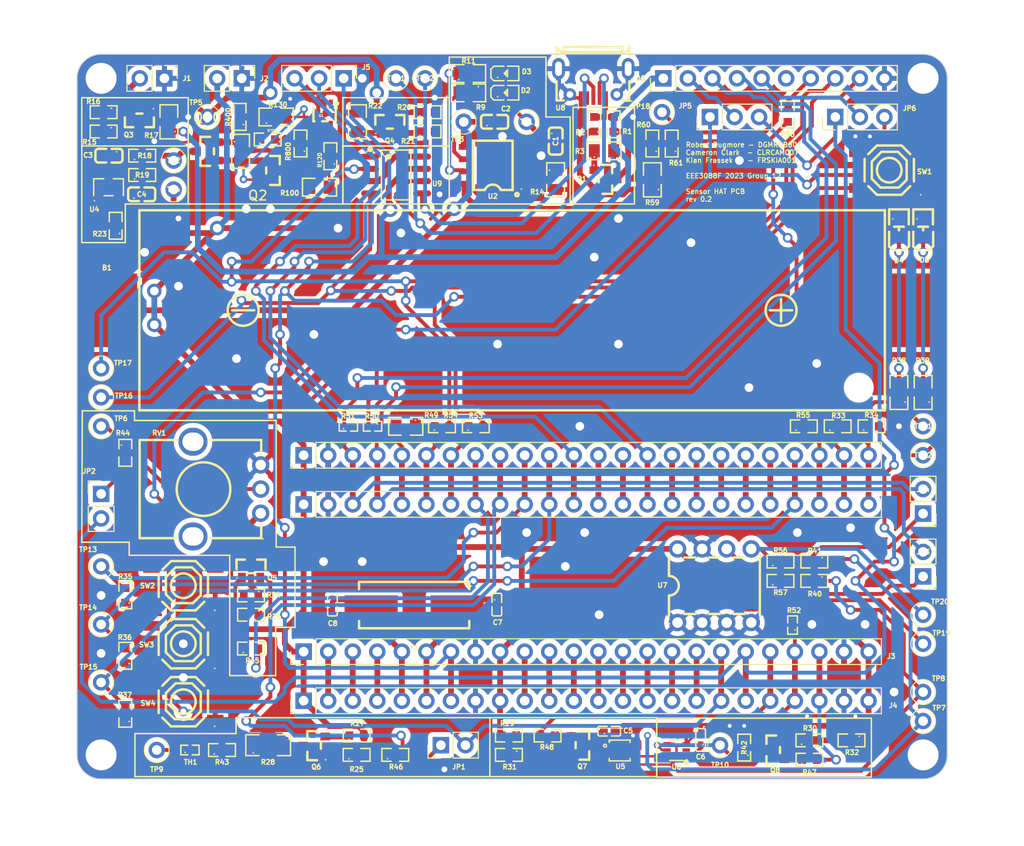
<source format=kicad_pcb>
(kicad_pcb (version 20221018) (generator pcbnew)
  (title_block (title "Sensor HAT PCB") (date "2023-04-02") (rev "0.2"))
  (layers (0 "F.Cu" signal) (31 "B.Cu" signal) (34 "B.Paste" user) (35 "F.Paste" user) (36 "B.SilkS" user "B.Silkscreen") (37 "F.SilkS" user "F.Silkscreen") (38 "B.Mask" user) (39 "F.Mask" user) (44 "Edge.Cuts" user))
  (net 0 "")
  (net 1 "GND")
  (net 2 "/Power/Plug_Detect_5V")
  (net 3 "Net-(J1-Pin_2)")
  (net 4 "Net-(U4-VO)")
  (net 5 "Net-(D2-K)")
  (net 6 "Net-(D3-K)")
  (net 7 "Net-(D4-A)")
  (net 8 "Net-(D5-A)")
  (net 9 "+3V3")
  (net 10 "/Microcontroller/uc2")
  (net 11 "/Microcontroller/uc3")
  (net 12 "/Microcontroller/uc4")
  (net 13 "/Microcontroller/OSC_OUT")
  (net 14 "/Microcontroller/OSC_IN")
  (net 15 "/Microcontroller/NSRT")
  (net 16 "/Microcontroller/uc10")
  (net 17 "/Microcontroller/uc11")
  (net 18 "/Microcontroller/uc12")
  (net 19 "/Microcontroller/uc13")
  (net 20 "/Microcontroller/uc14")
  (net 21 "/Microcontroller/LED1")
  (net 22 "/Microcontroller/LED2")
  (net 23 "/Microcontroller/uc17")
  (net 24 "/Microcontroller/THM_uc")
  (net 25 "/Microcontroller/POT_uc")
  (net 26 "/Microcontroller/POT_P")
  (net 27 "/Microcontroller/Plg_Dtct")
  (net 28 "/Microcontroller/uc15")
  (net 29 "/Microcontroller/INT")
  (net 30 "/Microcontroller/SW1")
  (net 31 "/Microcontroller/SW2")
  (net 32 "/Microcontroller/SW3")
  (net 33 "/Microcontroller/uc16")
  (net 34 "/Microcontroller/uc31")
  (net 35 "/Microcontroller/uc32")
  (net 36 "/Microcontroller/uc33")
  (net 37 "/Microcontroller/SWDIO")
  (net 38 "/Microcontroller/uc35")
  (net 39 "/Microcontroller/uc36")
  (net 40 "/Microcontroller/SWCLK")
  (net 41 "/Microcontroller/THM_P")
  (net 42 "/Microcontroller/Lght_P")
  (net 43 "/Microcontroller/TeHu_P")
  (net 44 "/Microcontroller/Tx")
  (net 45 "/Microcontroller/Rx")
  (net 46 "/Microcontroller/BOOT0")
  (net 47 "/Microcontroller/SCL_uc")
  (net 48 "/Microcontroller/SDA_uc")
  (net 49 "+5V")
  (net 50 "/USB/Main_Analogue_Data_Read")
  (net 51 "/USB/Secondary_Analogue_Data_Read")
  (net 53 "/Microcontroller/Plug_Detect")
  (net 54 "/Microcontroller/THM")
  (net 55 "/Microcontroller/POT")
  (net 56 "/Microcontroller/SCL")
  (net 57 "/Microcontroller/SDA")
  (net 58 "Net-(Q1-D)")
  (net 59 "Net-(Q1-G)")
  (net 60 "/Power/3.3V UVLO{slash}polarity protector")
  (net 61 "Net-(Q2-G)")
  (net 62 "/Power/polarity protected battery voltage")
  (net 63 "Net-(Q3-D)")
  (net 64 "Net-(Q3-G)")
  (net 65 "Net-(Q4-D)")
  (net 66 "Net-(Q4-G)")
  (net 67 "Net-(Q5-S)")
  (net 68 "Net-(Q5-D)")
  (net 69 "/Microcontroller/Potentiometer_powerenable")
  (net 70 "Net-(Q6-S)")
  (net 71 "Net-(Q6-D)")
  (net 72 "/Microcontroller/Thermistor_powerenable")
  (net 73 "Net-(Q7-S)")
  (net 74 "/Microcontroller/TemperatureHumidity_powerenable")
  (net 75 "Net-(Q8-S)")
  (net 76 "/Microcontroller/Light_powerenable")
  (net 77 "Net-(U2-STDBY#)")
  (net 78 "Net-(U2-CHRG)")
  (net 79 "Net-(U2-PROG)")
  (net 80 "/Microcontroller/Thermistor_signal")
  (net 81 "Net-(R33-Pad2)")
  (net 82 "Net-(R34-Pad2)")
  (net 83 "Net-(R35-Pad1)")
  (net 84 "Net-(R36-Pad1)")
  (net 85 "Net-(R37-Pad1)")
  (net 86 "/Sensors/Light_SCL")
  (net 87 "/Sensors/Light_SDA")
  (net 88 "/Sensors/Light_interrupt")
  (net 89 "/Microcontroller/Potentiometer_signal")
  (net 90 "Net-(U7-SDA)")
  (net 91 "Net-(U7-SCL)")
  (net 92 "Net-(J6-Pin_7)")
  (net 93 "Net-(U8-D-)")
  (net 94 "Net-(U8-D+)")
  (net 99 "Net-(R59-Pad2)")
  (net 100 "/Microcontroller/Tx_uc")
  (net 101 "/Microcontroller/Rx_uc")
  (net 102 "Net-(#FLG03-pwr)")
  (net 103 "Net-(Q7-D)")
  (net 104 "Net-(Q8-D)")
  (net 105 "Net-(#FLG05-pwr)")
  (net 106 "/Microcontroller/uc29")
  (net 107 "/Microcontroller/uc30")
  (net 108 "Net-(#FLG06-pwr)")
  (net 109 "Net-(B1-+)")
  (net 110 "Net-(Q2-D)")
  (net 111 "Net-(Q90-S)")
  (net 112 "Net-(U1-VIN)")
  (net 113 "Net-(R100-Pad1)")
  (net 114 "Net-(R700-Pad2)")
  (footprint "CustomFootprints:STM32F051C6_female_header" (layer "F.Cu") (at 130.98 79.2 90)
    (fp_text reference "J3")
    (fp_text value "STM32F051C6_female_header")
  )
  (footprint "JLCPartFootprints:R0402" (layer "F.Cu") (at 179 84.067183 90)
    (fp_text reference "R52")
    (fp_text value "8.2k")
  )
  (footprint "JLCPartFootprints:R0603" (layer "F.Cu") (at 149.666634 97.5 180)
    (fp_text reference "R31")
    (fp_text value "0")
  )
  (footprint "JLCPartFootprints:R0603" (layer "F.Cu") (at 123 86.5)
    (fp_text reference "R45")
    (fp_text value "0")
  )
  (footprint "CustomFootprints:Testpoint" (layer "F.Cu") (at 118.5 31.5)
    (fp_text reference "TP5")
    (fp_text value "reverse polarity ")
  )
  (footprint "JLCPartFootprints:R0805" (layer "F.Cu") (at 192.5 60 90)
    (fp_text reference "R39")
    (fp_text value "1.2k")
  )
  (footprint "JLCPartFootprints:SOT-23_L2.9-W1.3-P1.90-LS2.4-BR" (layer "F.Cu") (at 125.2728 37.0332 180)
    (fp_text reference "Q2")
    (fp_text value "AO3400A")
  )
  (footprint "JLCPartFootprints:R0805" (layer "F.Cu") (at 125.5936 31.496)
    (fp_text reference "R130")
    (fp_text value "470k")
  )
  (footprint "CustomFootprints:Testpoint" (layer "F.Cu") (at 107.5 84)
    (fp_text reference "TP14")
    (fp_text value "Switch 2")
  )
  (footprint "JLCPartFootprints:R0603" (layer "F.Cu") (at 124.722634 33.824166)
    (fp_text reference "R700")
    (fp_text value "0")
  )
  (footprint "JLCPartFootprints:R0603" (layer "F.Cu") (at 181.253366 79.5 180)
    (fp_text reference "R40")
    (fp_text value "0")
  )
  (footprint "JLCPartFootprints:SC-70-5_L2.1-W1.3-P0.65-LS2.1-BR" (layer "F.Cu") (at 130.6068 31.242 90)
    (fp_text reference "U1")
    (fp_text value "LMS33460MG_NOPB")
  )
  (footprint "JLCPartFootprints:R0603" (layer "F.Cu") (at 131.208268 35.56 90)
    (fp_text reference "R120")
    (fp_text value "0")
  )
  (footprint "CustomFootprints:Testpoint" (layer "F.Cu") (at 107.5 78)
    (fp_text reference "TP13")
    (fp_text value "Switch 1")
  )
  (footprint "JLCPartFootprints:R0805" (layer "F.Cu") (at 145.5 27)
    (fp_text reference "R11")
    (fp_text value "1.2k")
  )
  (footprint "JLCPartFootprints:LED0805-R-RD" (layer "F.Cu") (at 192.5 43.050292 90)
    (fp_text reference "D5")
    (fp_text value "LED_white")
  )
  (footprint "CustomFootprints:Testpoint" (layer "F.Cu") (at 107.5 90)
    (fp_text reference "TP15")
    (fp_text value "Switch 3")
  )
  (footprint "JLCPartFootprints:R0402" (layer "F.Cu") (at 135.567183 63.5 180)
    (fp_text reference "R50")
    (fp_text value "3.9k")
  )
  (footprint "JLCPartFootprints:R0805" (layer "F.Cu") (at 164.5 38 90)
    (fp_text reference "R59")
    (fp_text value "10k")
  )
  (footprint "JLCPartFootprints:R0603" (layer "F.Cu") (at 111.746634 35.5)
    (fp_text reference "R18")
    (fp_text value "0")
  )
  (footprint "CustomFootprints:Testpoint" (layer "F.Cu") (at 138 27.5)
    (fp_text reference "TP21")
    (fp_text value "USB D-")
  )
  (footprint "JLCPartFootprints:R0603" (layer "F.Cu") (at 153.666634 95.5 180)
    (fp_text reference "R48")
    (fp_text value "0")
  )
  (footprint "CustomFootprints:Testpoint" (layer "F.Cu") (at 192.5 94)
    (fp_text reference "TP7")
    (fp_text value "Sensors SDA")
  )
  (footprint "Connector_PinHeader_2.54mm:PinHeader_1x02_P2.54mm_Vertical" (layer "F.Cu") (at 114.04 27.5 -90)
    (fp_text reference "J1")
    (fp_text value "01x02_male_header")
  )
  (footprint "JLCPartFootprints:RES-ADJ-TH_RK09K1130AJ3" (layer "F.Cu") (at 120.5 70 90)
    (fp_text reference "RV1")
    (fp_text value "R_Potentiometer")
  )
  (footprint "CustomFootprints:Testpoint" (layer "F.Cu") (at 151.5 32)
    (fp_text reference "TP1")
    (fp_text value "5v")
  )
  (footprint "JLCPartFootprints:R0603" (layer "F.Cu") (at 133.92 95.5)
    (fp_text reference "R27")
    (fp_text value "0")
  )
  (footprint "JLCPartFootprints:SOT-363_L2.0-W1.3-P0.65-LS2.1-BL" (layer "F.Cu") (at 167.010008 97 90)
    (fp_text reference "U6")
    (fp_text value "LTR-303ALS-01")
  )
  (footprint "JLCPartFootprints:R0603" (layer "F.Cu") (at 110 93.246634 90)
    (fp_text reference "R37")
    (fp_text value "0")
  )
  (footprint "Connector_PinHeader_2.54mm:PinHeader_1x02_P2.54mm_Vertical" (layer "F.Cu") (at 192.5 72.54 180)
    (fp_text reference "JP4")
    (fp_text value "01x02_male_header_jumper")
  )
  (footprint "JLCPartFootprints:R0603" (layer "F.Cu") (at 137.92 97.5)
    (fp_text reference "R46")
    (fp_text value "0")
  )
  (footprint "JLCPartFootprints:R0603" (layer "F.Cu") (at 185.096621 96 180)
    (fp_text reference "R32")
    (fp_text value "0")
  )
  (footprint "JLCPartFootprints:LED0603-RD" (layer "F.Cu") (at 149.299467 28.996571)
    (fp_text reference "D2")
    (fp_text value "LED_green")
  )
  (footprint "JLCPartFootprints:R0603" (layer "F.Cu") (at 158.5 32.246634 90)
    (fp_text reference "R2")
    (fp_text value "0")
  )
  (footprint "JLCPartFootprints:SW-SMD_4P-L5.1-W5.1-P3.70-LS6.5-TL-2" (layer "F.Cu") (at 189 37 180)
    (fp_text reference "SW1")
    (fp_text value "Reset switch")
  )
  (footprint "JLCPartFootprints:ESOP-8_L4.9-W3.9-P1.27-LS6.0-BL-EP" (layer "F.Cu") (at 148 36.5 90)
    (fp_text reference "U2")
    (fp_text value "Battery Charger")
  )
  (footprint "JLCPartFootprints:R0603" (layer "F.Cu") (at 107.753366 31 180)
    (fp_text reference "R16")
    (fp_text value "0")
  )
  (footprint "CustomFootprints:Testpoint" (layer "F.Cu") (at 192.5 83)
    (fp_text reference "TP20")
    (fp_text value "EEPROM SCL")
  )
  (footprint "JLCPartFootprints:R0603" (layer "F.Cu") (at 177.753366 77.5)
    (fp_text reference "R56")
    (fp_text value "0")
  )
  (footprint "Connector_PinHeader_2.54mm:PinHeader_1x02_P2.54mm_Vertical" (layer "F.Cu") (at 192.5 79.04 180)
    (fp_text reference "JP3")
    (fp_text value "01x02_male_header_jumper")
  )
  (footprint "JLCPartFootprints:R0603" (layer "F.Cu") (at 180.746634 96)
    (fp_text reference "R30")
    (fp_text value "0")
  )
  (footprint "JLCPartFootprints:R0603" (layer "F.Cu") (at 180.166634 63.5)
    (fp_text reference "R55")
    (fp_text value "0")
  )
  (footprint "JLCPartFootprints:R0603" (layer "F.Cu") (at 146.246634 63.5)
    (fp_text reference "R53")
    (fp_text value "0")
  )
  (footprint "JLCPartFootprints:R0603" (layer "F.Cu") (at 120 97)
    (fp_text reference "R43")
    (fp_text value "0")
  )
  (footprint "JLCPartFootprints:SOT-23_L2.9-W1.3-P1.90-LS2.4-BR" (layer "F.Cu") (at 137.356719 31.999949 -90)
    (fp_text reference "Q4")
    (fp_text value "AO3401A")
  )
  (footprint "JLCPartFootprints:R0603" (layer "F.Cu") (at 181.253366 77.5 180)
    (fp_text reference "R41")
    (fp_text value "0")
  )
  (footprint "JLCPartFootprints:R0603" (layer "F.Cu") (at 160.5 32.253366 90)
    (fp_text reference "R1")
    (fp_text value "0")
  )
  (footprint "JLCPartFootprints:R0805" (layer "F.Cu") (at 145.5 29 180)
    (fp_text reference "R9")
    (fp_text value "1.2k")
  )
  (footprint "JLCPartFootprints:R0603" (layer "F.Cu") (at 187.166634 63.5)
    (fp_text reference "R34")
    (fp_text value "0")
  )
  (footprint "CustomFootprints:Testpoint" (layer "F.Cu") (at 192.5 91)
    (fp_text reference "TP8")
    (fp_text value "Sensors SCL")
  )
  (footprint "CustomFootprints:Testpoint" (layer "F.Cu") (at 107.5 63.5)
    (fp_text reference "TP6")
    (fp_text value "Pot ADC")
  )
  (footprint "JLCPartFootprints:R0603" (layer "F.Cu") (at 123 81 180)
    (fp_text reference "R24")
    (fp_text value "0")
  )
  (footprint "JLCPartFootprints:R0603" (layer "F.Cu") (at 111.746634 37.5)
    (fp_text reference "R19")
    (fp_text value "0")
  )
  (footprint "JLCPartFootprints:SOT-23_L2.9-W1.3-P1.90-LS2.4-BR" (layer "F.Cu") (at 123 78 -90)
    (fp_text reference "Q5")
    (fp_text value "AO3401A")
  )
  (footprint "JLCPartFootprints:DFN-6_L2.0-W2.0-P0.50-BL-EP" (layer "F.Cu") (at 161.119974 97.049936 -90)
    (fp_text reference "U5")
    (fp_text value "GXHTC3")
  )
  (footprint "JLCPartFootprints:SW-SMD_4P-L5.1-W5.1-P3.70-LS6.5-TL-2" (layer "F.Cu") (at 116 92 180)
    (fp_text reference "SW4")
    (fp_text value "Switch")
  )
  (footprint "JLCPartFootprints:R0603" (layer "F.Cu") (at 142.746634 63.5)
    (fp_text reference "R54")
    (fp_text value "0")
  )
  (footprint "JLCPartFootprints:R0402" (layer "F.Cu") (at 116.686183 97)
    (fp_text reference "TH1")
    (fp_text value "Thermistor")
  )
  (footprint "JLCPartFootprints:C0603" (layer "F.Cu") (at 148.200025 32)
    (fp_text reference "C2")
    (fp_text value "10u")
  )
  (footprint "CustomFootprints:Testpoint" (layer "F.Cu") (at 171.5 96.5)
    (fp_text reference "TP10")
    (fp_text value "Light Interrupt")
  )
  (footprint "JLCPartFootprints:R0603" (layer "F.Cu") (at 178.5 31.246634 -90)
    (fp_text reference "R58")
    (fp_text value "0")
  )
  (footprint "JLCPartFootprints:R0402" (layer "F.Cu") (at 133.067183 63.5)
    (fp_text reference "R51")
    (fp_text value "3.9k")
  )
  (footprint "JLCPartFootprints:C0402" (layer "F.Cu") (at 131.42 81.954915 -90)
    (fp_text reference "C8")
    (fp_text value "33pF")
  )
  (footprint "CustomFootprints:Testpoint" (layer "F.Cu") (at 115 39)
    (fp_text reference "TP4")
    (fp_text value "3.3v out")
  )
  (footprint "JLCPartFootprints:R0603" (layer "F.Cu") (at 164.5 34.246634 90)
    (fp_text reference "R60")
    (fp_text value "20k")
  )
  (footprint "JLCPartFootprints:SOT-23_L2.9-W1.3-P1.90-LS2.4-BR" (layer "F.Cu") (at 159.650013 37.950013 180)
    (fp_text reference "Q1")
    (fp_text value "AO3401A")
  )
  (footprint "JLCPartFootprints:R1206" (layer "F.Cu") (at 124.774575 96.5)
    (fp_text reference "R28")
    (fp_text value "100k")
  )
  (footprint "Connector_PinHeader_2.54mm:PinHeader_1x02_P2.54mm_Vertical" (layer "F.Cu") (at 107.5 70.5)
    (fp_text reference "JP2")
    (fp_text value "01x02_male_header_jumper")
  )
  (footprint "JLCPartFootprints:R0603" (layer "F.Cu") (at 180.753366 98)
    (fp_text reference "R47")
    (fp_text value "0")
  )
  (footprint "JLCPartFootprints:R0603" (layer "F.Cu") (at 110 87.246634 90)
    (fp_text reference "R36")
    (fp_text value "0")
  )
  (footprint "Connector_PinHeader_2.54mm:PinHeader_1x03_P2.54mm_Vertical" (layer "F.Cu") (at 132.58 27.5 -90)
    (fp_text reference "J5")
    (fp_text value "STM-link_debugger")
  )
  (footprint "JLCPartFootprints:R0603" (layer "F.Cu") (at 133.92 97.5)
    (fp_text reference "R25")
    (fp_text value "0")
  )
  (footprint "Connector_PinHeader_2.54mm:PinHeader_1x03_P2.54mm_Vertical" (layer "F.Cu") (at 183.42 31.5 90)
    (fp_text reference "JP6")
    (fp_text value "01x03_male_header_jumper")
  )
  (footprint "CustomFootprints:STM32F051C6_testpoints" (layer "F.Cu") (at 130.98 79.2 90)
    (fp_text reference "J4")
    (fp_text value "STM32F051C6_testpoints")
  )
  (footprint "JLCPartFootprints:R0805" (layer "F.Cu") (at 121.92 35.052 -90)
    (fp_text reference "R620" hide)
    (fp_text value "100k")
  )
  (footprint "CustomFootprints:Testpoint" (layer "F.Cu") (at 192.5 63.5)
    (fp_text reference "TP11")
    (fp_text value "LED 1")
  )
  (footprint "JLCPartFootprints:SOT-23_L2.9-W1.3-P1.90-LS2.4-BR" (layer "F.Cu") (at 118.4656 35.052)
    (fp_text reference "Q90")
    (fp_text value "AO3401A")
  )
  (footprint "JLCPartFootprints:SW-SMD_4P-L5.1-W5.1-P3.70-LS6.5-TL-2" (layer "F.Cu") (at 116 80 180)
    (fp_text reference "SW2")
    (fp_text value "Switch")
  )
  (footprint "JLCPartFootprints:R0603" (layer "F.Cu") (at 177.753366 79.5)
    (fp_text reference "R57")
    (fp_text value "0")
  )
  (footprint "JLCPartFootprints:LED0603-RD" (layer "F.Cu") (at 149.299467 26.996571)
    (fp_text reference "D3")
    (fp_text value "LED_red")
  )
  (footprint "JLCPartFootprints:C0402" (layer "F.Cu") (at 148.42 81.954915 -90)
    (fp_text reference "C7")
    (fp_text value "33pF")
  )
  (footprint "JLCPartFootprints:R0603" (layer "F.Cu") (at 183.666634 63.5)
    (fp_text reference "R33")
    (fp_text value "0")
  )
  (footprint "JLCPartFootprints:R0805" (layer "F.Cu") (at 159.5 35)
    (fp_text reference "R3")
    (fp_text value "1.2k")
  )
  (footprint "JLCPartFootprints:R0603" (layer "F.Cu") (at 109 42.753366 90)
    (fp_text reference "R23")
    (fp_text value "0")
  )
  (footprint "JLCPartFootprints:R0805" (layer "F.Cu") (at 190 60 90)
    (fp_text reference "R38")
    (fp_text value "1.2k")
  )
  (footprint "JLCPartFootprints:SOT-23_L2.9-W1.3-P1.90-LS2.4-BR" (layer "F.Cu") (at 129.523353 96.549987)
    (fp_text reference "Q6")
    (fp_text value "AO3401A")
  )
  (footprint "JLCPartFootprints:C0603" (layer "F.Cu") (at 111.700025 39.5)
    (fp_text reference "C4")
    (fp_text value "10u")
  )
  (footprint "JLCPartFootprints:CRYSTAL-SMD_L11.5-W4.8-LS12.7" (layer "F.Cu") (at 139.870089 82 180)
    (fp_text reference "Y1")
    (fp_text value "Crystal")
  )
  (footprint "CustomFootprints:Testpoint" (layer "F.Cu") (at 141 27.5)
    (fp_text reference "TP22")
    (fp_text value "USB D+")
  )
  (footprint "CustomFootprints:Testpoint" (layer "F.Cu") (at 107.5 60.5)
    (fp_text reference "TP16")
    (fp_text value "uc Tx")
  )
  (footprint "JLCPartFootprints:BATTERY-SMD_18650-1S-L77.1-W20.7-1" (layer "F.Cu") (at 150 51.5 -90)
    (fp_text reference "B1")
    (fp_text value "battery holder")
  )
  (footprint "JLCPartFootprints:R0603" (layer "F.Cu") (at 141.253366 33)
    (fp_text reference "R21")
    (fp_text value "0")
  )
  (footprint "JLCPartFootprints:SOT-23_L2.9-W1.3-P1.90-LS2.4-BR" (layer "F.Cu") (at 177 97.000051)
    (fp_text reference "Q8")
    (fp_text value "AO3401A")
  )
  (footprint "JLCPartFootprints:C0402" (layer "F.Cu") (at 169.5 95.954915 90)
    (fp_text reference "C6")
    (fp_text value "1u")
  )
  (footprint "JLCPartFootprints:SOT-23_L2.9-W1.3-P1.90-LS2.4-BR" (layer "F.Cu") (at 157.269987 96.499949 180)
    (fp_text reference "Q7")
    (fp_text value "AO3401A")
  )
  (footprint "JLCPartFootprints:SW-SMD_4P-L5.1-W5.1-P3.70-LS6.5-TL-2" (layer "F.Cu") (at 116 86 180)
    (fp_text reference "SW3")
    (fp_text value "Switch")
  )
  (footprint "JLCPartFootprints:R0603" (layer "F.Cu") (at 107.753366 33 180)
    (fp_text reference "R15")
    (fp_text value "0")
  )
  (footprint "JLCPartFootprints:R0805" (layer "F.Cu") (at 139 63.5 180)
    (fp_text reference "R49")
    (fp_text value "10k")
  )
  (footprint "JLCPartFootprints:R0603" (layer "F.Cu") (at 128.1176 34.2392 90)
    (fp_text reference "R800")
    (fp_text value "20k")
  )
  (footprint "JLCPartFootprints:MICRO-USB-SMD_MICROXNJ" (layer "F.Cu") (at 158.400051 28.021336 180)
    (fp_text reference "U8")
    (fp_text value "usb")
  )
  (footprint "JLCPartFootprints:C0603" (layer "F.Cu") (at 154.5 34 -90)
    (fp_text reference "C1")
    (fp_text value "10u")
  )
  (footprint "CustomFootprints:Testpoint" (layer "F.Cu") (at 192.5 86)
    (fp_text reference "TP19")
    (fp_text value "EEPROM SDA")
  )
  (footprint "JLCPartFootprints:C0402" (layer "F.Cu") (at 160.045085 95.049936)
    (fp_text reference "C5")
    (fp_text value "100n")
  )
  (footprint "JLCPartFootprints:R0603" (layer "F.Cu") (at 123 83 180)
    (fp_text reference "R26")
    (fp_text value "0")
  )
  (footprint "CustomFootprints:Testpoint" (layer "F.Cu") (at 145 32)
    (fp_text reference "TP3")
    (fp_text value "battery charger")
  )
  (footprint "JLCPartFootprints:SOT-23_L2.9-W1.3-P1.90-LS2.4-BR" (layer "F.Cu") (at 111.456745 31.849987 90)
    (fp_text reference "Q3")
    (fp_text value "AO3401A")
  )
  (footprint "JLCPartFootprints:R0805" (layer "F.Cu") (at 154.5 38 -90)
    (fp_text reference "R14")
    (fp_text value "1.2k")
  )
  (footprint "JLCPartFootprints:SOP-8_L4.9-W3.9-P1.27-LS6.0-BL" (layer "F.Cu") (at 138 37.5 -90)
    (fp_text reference "U9")
    (fp_text value "HT42B534-2")
  )
  (footprint "Connector_PinHeader_2.54mm:PinHeader_1x02_P2.54mm_Vertical" (layer "F.Cu") (at 122.04 27.5 -90)
    (fp_text reference "J2")
    (fp_text value "01x02_male_header")
  )
  (footprint "JLCPartFootprints:R0805" (layer "F.Cu") (at 130.0828 38.7604 180)
    (fp_text reference "R100")
    (fp_text value "100k")
  )
  (footprint "JLCPartFootprints:C0603" (layer "F.Cu") (at 108.299975 35.5 180)
    (fp_text reference "C3")
    (fp_text value "10u")
  )
  (footprint "JLCPartFootprints:R0603" (layer "F.Cu") (at 110 81 90)
    (fp_text reference "R35")
    (fp_text value "0")
  )
  (footprint "Connector_PinHeader_2.54mm:PinHeader_1x10_P2.54mm_Vertical" (layer "F.Cu") (at 165.64 27.5 90)
    (fp_text reference "J6")
    (fp_text value "01x10_male_header")
  )
  (footprint "CustomFootprints:Testpoint" (layer "F.Cu") (at 165.5 31)
    (fp_text reference "TP18")
    (fp_text value "Plug Detect")
  )
  (footprint "JLCPartFootprints:R0603" (layer "F.Cu") (at 121.8184 31.487366 90)
    (fp_text reference "R400")
    (fp_text value "0")
  )
  (footprint "Connector_PinHeader_2.54mm:PinHeader_1x03_P2.54mm_Vertical" (layer "F.Cu") (at 170.46 31.5 90)
    (fp_text reference "JP5")
    (fp_text value "01x03_male_header_jumper")
  )
  (footprint "JLCPartFootprints:R0603" (layer "F.Cu") (at 149.666634 95.5 180)
    (fp_text reference "R29")
    (fp_text value "0")
  )
  (footprint "JLCPartFootprints:R0603" (layer "F.Cu") (at 141.253366 31)
    (fp_text reference "R20")
    (fp_text value "0")
  )
  (footprint "CustomFootprints:Testpoint" (layer "F.Cu") (at 107.5 57.5)
    (fp_text reference "TP17")
    (fp_text value "uc Rx")
  )
  (footprint "JLCPartFootprints:R0603" (layer "F.Cu") (at 110 66.246634 -90)
    (fp_text reference "R44")
    (fp_text value "0")
  )
  (footprint "JLCPartFootprints:LED0805-R-RD" (layer "F.Cu") (at 190 43.050292 90)
    (fp_text reference "D4")
    (fp_text value "LED_white")
  )
  (footprint "JLCPartFootprints:PDIP-8_L9.3-W6.4-P2.54-LS7.6-BL" (layer "F.Cu") (at 170.92 80)
    (fp_text reference "U7")
    (fp_text value "24LC256")
  )
  (footprint "Connector_PinHeader_2.54mm:PinHeader_1x02_P2.54mm_Vertical" (layer "F.Cu") (at 142.633366 96.5 90)
    (fp_text reference "JP1")
    (fp_text value "01x02_male_header_jumper")
  )
  (footprint "JLCPartFootprints:R0805" (layer "F.Cu") (at 114.506732 32 90)
    (fp_text reference "R17")
    (fp_text value "1.2k")
  )
  (footprint "JLCPartFootprints:R0805" (layer "F.Cu") (at 134.006732 32 90)
    (fp_text reference "R22")
    (fp_text value "1.2k")
  )
  (footprint "JLCPartFootprints:R0603" (layer "F.Cu") (at 166.5 34.246634 90)
    (fp_text reference "R61")
    (fp_text value "0")
  )
  (footprint "CustomFootprints:Testpoint" (layer "F.Cu") (at 115 36)
    (fp_text reference "TP2")
    (fp_text value "UVLO")
  )
  (footprint "JLCPartFootprints:SOT-23-3_L2.9-W1.6-P1.90-LS2.8-BR" (layer "F.Cu") (at 108.264923 38.764923 -90)
    (fp_text reference "U4")
    (fp_text value "XC6206PxxxMR")
  )
  (footprint "CustomFootprints:Testpoint" (layer "F.Cu") (at 192.5 66.5)
    (fp_text reference "TP12")
    (fp_text value "LED 2")
  )
  (footprint "CustomFootprints:Testpoint" (layer "F.Cu") (at 113.253366 97)
    (fp_text reference "TP9")
    (fp_text value "Therm ADC")
  )
  (footprint "JLCPartFootprints:R0603" (layer "F.Cu") (at 174 96.746634 90)
    (fp_text reference "R42")
    (fp_text value "0")
  )
  (gr_line (start 125.55 84.3) (end 127.55 84.3) (stroke (width 0.15)) (layer "F.SilkS"))
  (gr_line (start 105.5 34.5) (end 105.5 44.5) (stroke (width 0.15)) (layer "F.SilkS"))
  (gr_line (start 116.5 34.5) (end 116.5 40.5) (stroke (width 0.15)) (layer "F.SilkS"))
  (gr_line (start 125.55 89.3) (end 125.55 84.3) (stroke (width 0.15)) (layer "F.SilkS"))
  (gr_line (start 105.5 75.5) (end 110.4 75.5) (stroke (width 0.15)) (layer "F.SilkS"))
  (gr_line (start 153.5 31.5) (end 156 31.5) (stroke (width 0.15)) (layer "F.SilkS"))
  (gr_line (start 156 31.5) (end 156 40.5) (stroke (width 0.15)) (layer "F.SilkS"))
  (gr_line (start 110 40.5) (end 110 44.5) (stroke (width 0.15)) (layer "F.SilkS"))
  (gr_line (start 143.5 40.5) (end 143.5 25.3) (stroke (width 0.15)) (layer "F.SilkS"))
  (gr_line (start 121.45 95.3) (end 111 95.3) (stroke (width 0.15)) (layer "F.SilkS"))
  (gr_line (start 111 99.75) (end 147.7 99.75) (stroke (width 0.15)) (layer "F.SilkS"))
  (gr_line (start 127.55 76) (end 125.6 76) (stroke (width 0.15)) (layer "F.SilkS"))
  (gr_line (start 105.5 44.5) (end 106.5 44.5) (stroke (width 0.15)) (layer "F.SilkS"))
  (gr_line (start 121.45 93.65) (end 121.45 95.3) (stroke (width 0.15)) (layer "F.SilkS"))
  (gr_line (start 110.4 75.5) (end 110.4 76.85) (stroke (width 0.15)) (layer "F.SilkS"))
  (gr_line (start 110.4 76.85) (end 120.8 76.85) (stroke (width 0.15)) (layer "F.SilkS"))
  (gr_line (start 110 44.5) (end 106.5 44.5) (stroke (width 0.15)) (layer "F.SilkS"))
  (gr_line (start 125.6 62.9) (end 110.95 62.9) (stroke (width 0.15)) (layer "F.SilkS"))
  (gr_line (start 147.7 93.65) (end 121.45 93.65) (stroke (width 0.15)) (layer "F.SilkS"))
  (gr_rect (start 147.7 93.65) (end 164.95 99.75) (stroke (width 0.15)) (fill none) (layer "F.SilkS"))
  (gr_rect (start 132.5 34.5) (end 143.5 40.5) (stroke (width 0.15)) (fill none) (layer "F.SilkS"))
  (gr_line (start 111 95.3) (end 111 99.75) (stroke (width 0.15)) (layer "F.SilkS"))
  (gr_line (start 156 40.5) (end 143.5 40.5) (stroke (width 0.15)) (layer "F.SilkS"))
  (gr_line (start 120.8 76.85) (end 120.8 89.3) (stroke (width 0.15)) (layer "F.SilkS"))
  (gr_rect (start 132.5 29.5) (end 143.5 34.5) (stroke (width 0.15)) (fill none) (layer "F.SilkS"))
  (gr_line (start 125.6 76) (end 125.6 62.9) (stroke (width 0.15)) (layer "F.SilkS"))
  (gr_line (start 127.55 84.3) (end 127.55 76) (stroke (width 0.15)) (layer "F.SilkS"))
  (gr_line (start 110.95 62.9) (end 110.95 61.9) (stroke (width 0.15)) (layer "F.SilkS"))
  (gr_line (start 120.8 89.3) (end 125.55 89.3) (stroke (width 0.15)) (layer "F.SilkS"))
  (gr_line (start 132.5 40.5) (end 132.5 34.5) (stroke (width 0.15)) (layer "F.SilkS"))
  (gr_rect (start 164.95 93.7) (end 187.15 99.8) (stroke (width 0.15)) (fill none) (layer "F.SilkS"))
  (gr_line (start 110.95 61.9) (end 105.55 61.9) (stroke (width 0.15)) (layer "F.SilkS"))
  (gr_rect (start 156.3 30.5) (end 162.65 40.5) (stroke (width 0.15)) (fill none) (layer "F.SilkS"))
  (gr_line (start 116.5 40.5) (end 132.5 40.5) (stroke (width 0.15)) (layer "F.SilkS"))
  (gr_line (start 153.5 25.3) (end 153.5 31.5) (stroke (width 0.15)) (layer "F.SilkS"))
  (gr_line (start 116.5 40.5) (end 110 40.5) (stroke (width 0.15)) (layer "F.SilkS"))
  (gr_line (start 105.55 61.9) (end 105.5 75.5) (stroke (width 0.15)) (layer "F.SilkS"))
  (gr_line (start 143.5 25.3) (end 153.5 25.3) (stroke (width 0.15)) (layer "F.SilkS"))
  (gr_rect (start 105.5 29.5) (end 116.5 34.5) (stroke (width 0.15)) (fill none) (layer "F.SilkS"))
  (gr_arc (start 195 97.5) (mid 194.267767 99.267767) (end 192.5 100) (stroke (width 0.1)) (layer "Edge.Cuts"))
  (gr_arc (start 105 27.5) (mid 105.732233 25.732233) (end 107.5 25) (stroke (width 0.1)) (layer "Edge.Cuts"))
  (gr_arc (start 192.5 25) (mid 194.267767 25.732233) (end 195 27.5) (stroke (width 0.1)) (layer "Edge.Cuts"))
  (gr_line (start 105 97.5) (end 105 27.5) (stroke (width 0.1)) (layer "Edge.Cuts"))
  (gr_line (start 107.5 100) (end 192.5 100) (stroke (width 0.1)) (layer "Edge.Cuts"))
  (gr_arc (start 107.5 100) (mid 105.732233 99.267767) (end 105 97.5) (stroke (width 0.1)) (layer "Edge.Cuts"))
  (gr_line (start 195 27.5) (end 195 97.5) (stroke (width 0.1)) (layer "Edge.Cuts"))
  (gr_line (start 107.5 25) (end 192.5 25) (stroke (width 0.1)) (layer "Edge.Cuts"))
  (gr_text "Robert Dugmore - DGMROB001\nCameron Clark  - CLRCAM007\nKian Frassek    - FRSKIA001\n\nEEE3088F 2023 Group 12 \n\nSensor HAT PCB\nrev 0.2" (at 167.9 40.3) (layer "F.SilkS") (effects (font (size 0.5 0.5) (thickness 0.1) bold) (justify left bottom)))
  (segment (start 168 96.350013) (end 168.940183 95.40983) (width 0.25) (layer "F.Cu") (net 1))
  (segment (start 156.347727 29.542672) (end 155.975108 29.170053) (width 0.4) (layer "F.Cu") (net 1))
  (segment (start 129.956864 30.141924) (end 129.54814 29.7332) (width 0.6) (layer "F.Cu") (net 1))
  (segment (start 168.940183 95.40983) (end 169.5 95.40983) (width 0.25) (layer "F.Cu") (net 1))
  (segment (start 130.98 66.5) (end 130.98 71.58) (width 0.6) (layer "F.Cu") (net 1))
  (segment (start 129.4536 29.7332) (end 129.1844 29.464) (width 0.6) (layer "F.Cu") (net 1))
  (segment (start 162 96.512512) (end 162 96) (width 0.25) (layer "F.Cu") (net 1))
  (segment (start 162 96) (end 161.049936 95.049936) (width 0.25) (layer "F.Cu") (net 1))
  (segment (start 157.100076 29.542672) (end 156.347727 29.542672) (width 0.4) (layer "F.Cu") (net 1))
  (segment (start 155.975108 29.475108) (end 156 29.5) (width 0.4) (layer "F.Cu") (net 1))
  (segment (start 161.049936 95.049936) (end 160.59017 95.049936) (width 0.25) (layer "F.Cu") (net 1))
  (segment (start 162.022292 96.534804) (end 163 96.534804) (width 0.25) (layer "F.Cu") (net 1))
  (segment (start 129.956864 30.141924) (end 130.506838 30.141924) (width 0.6) (layer "F.Cu") (net 1))
  (segment (start 129.979676 30.141924) (end 130.2004 29.9212) (width 0.6) (layer "F.Cu") (net 1))
  (segment (start 129.54814 29.7332) (end 129.4536 29.7332) (width 0.6) (layer "F.Cu") (net 1))
  (segment (start 129.956864 30.141924) (end 129.979676 30.141924) (width 0.6) (layer "F.Cu") (net 1))
  (segment (start 155.975108 29.170053) (end 155.975108 29.475108) (width 0.4) (layer "F.Cu") (net 1))
  (segment (start 129.1844 29.464) (end 127.2032 29.464) (width 0.6) (layer "F.Cu") (net 1))
  (segment (start 127.2032 29.464) (end 127.0508 29.6164) (width 0.6) (layer "F.Cu") (net 1))
  (segment (start 157.100076 29.542672) (end 157.100076 31.399924) (width 0.4) (layer "F.Cu") (net 1))
  (segment (start 184.32 91.9) (end 184.32 86.82) (width 0.6) (layer "F.Cu") (net 1))
  (via (at 192.5 97.5) (size 3.6) (drill 3.2) (layers "F.Cu" "B.Cu") (net 1))
  (via (at 132 43) (size 1.5) (drill 0.9) (layers "F.Cu" "B.Cu") (net 1))
  (via (at 162.5 31.5) (size 1) (drill 0.6) (layers "F.Cu" "B.Cu") (net 1))
  (via (at 153 35.5) (size 1.5) (drill 0.9) (layers "F.Cu" "B.Cu") (net 1))
  (via (at 155.5 78) (size 1.5) (drill 0.9) (layers "F.Cu" "B.Cu") (net 1))
  (via (at 115.5 49) (size 1.5) (drill 0.9) (layers "F.Cu" "B.Cu") (net 1))
  (via (at 161 55) (size 1.5) (drill 0.9) (layers "F.Cu" "B.Cu") (net 1))
  (via (at 157 63.5) (size 1.5) (drill 0.9) (layers "F.Cu" "B.Cu") (net 1))
  (via (at 113 34) (size 1) (drill 0.6) (layers "F.Cu" "B.Cu") (net 1))
  (via (at 174.5 59.5) (size 1.5) (drill 0.9) (layers "F.Cu" "B.Cu") (net 1))
  (via (at 107.5 27.5) (size 3.6) (drill 3.2) (layers "F.Cu" "B.Cu") (net 1))
  (via (at 158.5 46) (size 1.5) (drill 0.9) (layers "F.Cu" "B.Cu") (net 1))
  (via (at 160.5 36.5) (size 1) (drill 0.6) (layers "F.Cu" "B.Cu") (net 1))
  (via (at 129.5 54) (size 1.5) (drill 0.9) (layers "F.Cu" "B.Cu") (net 1))
  (via (at 138.5 43.5) (size 1.5) (drill 0.9) (layers "F.Cu" "B.Cu") (net 1))
  (via (at 125 41) (size 1.5) (drill 0.9) (layers "F.Cu" "B.Cu") (net 1))
  (via (at 116 86) (size 1.5) (drill 0.9) (layers "F.Cu" "B.Cu") (net 1))
  (via (at 185.5 33.5) (size 0.7) (drill 0.4) (layers "F.Cu" "B.Cu") (net 1))
  (via (at 112 45.5) (size 1.5) (drill 0.9) (layers "F.Cu" "B.Cu") (net 1))
  (via (at 138 34.5) (size 1) (drill 0.6) (layers "F.Cu" "B.Cu") (net 1))
  (via (at 179.5 74.5) (size 1.5) (drill 0.9) (layers "F.Cu" "B.Cu") (net 1))
  (via (at 187 33.5) (size 0.7) (drill 0.4) (layers "F.Cu" "B.Cu") (net 1))
  (via (at 116.5 31.5) (size 1) (drill 0.6) (layers "F.Cu" "B.Cu") (net 1))
  (via (at 181.5 57) (size 1.5) (drill 0.9) (layers "F.Cu" "B.Cu") (net 1))
  (via (at 190 63.5) (size 1) (drill 0.6) (layers "F.Cu" "B.Cu") (net 1))
  (via (at 134.5 27.5) (size 1.5) (drill 0.9) (layers "F.Cu" "B.Cu") (net 1))
  (via (at 142.5 39.5) (size 1) (drill 0.6) (layers "F.Cu" "B.Cu") (net 1))
  (via (at 107.5 81) (size 1.5) (drill 0.9) (layers "F.Cu" "B.Cu") (net 1))
  (via (at 149 33.5) (size 1.5) (drill 0.9) (layers "F.Cu" "B.Cu") (net 1))
  (via (at 115.5 42) (size 1) (drill 0.6) (layers "F.Cu" "B.Cu") (net 1))
  (via (at 143 99) (size 1) (drill 0.6) (layers "F.Cu" "B.Cu") (net 1))
  (via (at 130.5 77.5) (size 1.5) (drill 0.9) (layers "F.Cu" "B.Cu") (net 1))
  (via (at 186.5 84) (size 1.5) (drill 0.9) (layers "F.Cu" "B.Cu") (net 1))
  (via (at 180.5 93.5) (size 0.7) (drill 0.4) (layers "F.Cu" "B.Cu") (net 1))
  (via (at 162.5 95.5) (size 0.7) (drill 0.4) (layers "F.Cu" "B.Cu") (net 1))
  (via (at 142 29.5) (size 1) (drill 0.6) (layers "F.Cu" "B.Cu") (net 1))
  (via (at 185 74) (size 1.5) (drill 0.9) (layers "F.Cu" "B.Cu") (net 1))
  (via (at 134.5 77.5) (size 1.5) (drill 0.9) (layers "F.Cu" "B.Cu") (net 1))
  (via (at 116 89.5) (size 1.5) (drill 0.9) (layers "F.Cu" "B.Cu") (net 1))
  (via (at 148.5 55) (size 1.5) (drill 0.9) (layers "F.Cu" "B.Cu") (net 1))
  (via (at 127.0508 29.6164) (size 0.8) (drill 0.4) (layers "F.Cu" "B.Cu") (net 1))
  (via (at 107.5 87) (size 1.5) (drill 0.9) (layers "F.Cu" "B.Cu") (net 1))
  (via (at 107.5 97.5) (size 3.6) (drill 3.2) (layers "F.Cu" "B.Cu") (net 1))
  (via (at 181 84) (size 1.5) (drill 0.9) (layers "F.Cu" "B.Cu") (net 1))
  (via (at 172.5 94.5) (size 0.7) (drill 0.4) (layers "F.Cu" "B.Cu") (net 1))
  (via (at 189.5 91) (size 1.5) (drill 0.9) (layers "F.Cu" "B.Cu") (net 1))
  (via (at 159 83) (size 1.5) (drill 0.9) (layers "F.Cu" "B.Cu") (net 1))
  (via (at 168.5 44.5) (size 1.5) (drill 0.9) (layers "F.Cu" "B.Cu") (net 1))
  (via (at 161 42) (size 1.5) (drill 0.9) (layers "F.Cu" "B.Cu") (net 1))
  (via (at 122.5 41) (size 1.5) (drill 0.9) (layers "F.Cu" "B.Cu") (net 1))
  (via (at 192.5 27.5) (size 3.6) (drill 3.2) (layers "F.Cu" "B.Cu") (net 1))
  (via (at 157.5 74.5) (size 1.5) (drill 0.9) (layers "F.Cu" "B.Cu") (net 1))
  (via (at 121.5 56.5) (size 1.5) (drill 0.9) (layers "F.Cu" "B.Cu") (net 1))
  (via (at 174 94.5) (size 0.7) (drill 0.4) (layers "F.Cu" "B.Cu") (net 1))
  (via (at 185.5 93.5) (size 0.7) (drill 0.4) (layers "F.Cu" "B.Cu") (net 1))
  (via (at 173.5 36) (size 1.5) (drill 0.9) (layers "F.Cu" "B.Cu") (net 1))
  (via (at 151.5 74.5) (size 1.5) (drill 0.9) (layers "F.Cu" "B.Cu") (net 1))
  (segment (start 151.5 32) (end 152.799975 33.299975) (width 0.6) (layer "F.Cu") (net 2))
  (segment (start 142.006732 33) (end 142.006732 33.006732) (width 0.6) (layer "F.Cu") (net 2))
  (segment (start 162 39) (end 164.5 39) (width 0.6) (layer "F.Cu") (net 2))
  (segment (start 146.5 41) (end 156.400026 41) (width 0.6) (layer "F.Cu") (net 2))
  (segment (start 150.098934 28.993142) (end 150.098934 30.598934) (width 0.4) (layer "F.Cu") (net 2))
  (segment (start 154.5 33.299975) (end 152.799975 33.299975) (width 0.6) (layer "F.Cu") (net 2))
  (segment (start 142.006732 33) (end 142.006732 31) (width 0.6) (layer "F.Cu") (net 2))
  (segment (start 161.5 39.5) (end 162 39) (width 0.6) (layer "F.Cu") (net 2))
  (segment (start 156.400026 41) (end 158.5 38.900026) (width 0.6) (layer "F.Cu") (net 2))
  (segment (start 158 33) (end 158.5 33) (width 0.6) (layer "F.Cu") (net 2))
  (segment (start 157 34) (end 157 37.400026) (width 0.6) (layer "F.Cu") (net 2))
  (segment (start 156.299975 33.299975) (end 157 34) (width 0.6) (layer "F.Cu") (net 2))
  (segment (start 145.091694 38.405004) (end 145.091694 39.591694) (width 0.6) (layer "F.Cu") (net 2))
  (segment (start 142.006732 33) (end 142.164999 33.158267) (width 0.6) (layer "F.Cu") (net 2))
  (segment (start 151.504954 34.594996) (end 152.799975 33.299975) (width 0.6) (layer "F.Cu") (net 2))
  (segment (start 154.5 33.299975) (end 156.299975 33.299975) (width 0.6) (layer "F.Cu") (net 2))
  (segment (start 142.905004 38.405004) (end 145.091694 38.405004) (width 0.6) (layer "F.Cu") (net 2))
  (segment (start 158.5 38.900026) (end 159.099974 39.5) (width 0.6) (layer "F.Cu") (net 2))
  (segment (start 142.164999 37.664999) (end 142.905004 38.405004) (width 0.6) (layer "F.Cu") (net 2))
  (segment (start 159.099974 39.5) (end 161.5 39.5) (width 0.6) (layer "F.Cu") (net 2))
  (segment (start 157 34) (end 158 33) (width 0.6) (layer "F.Cu") (net 2))
  (segment (start 150.908306 34.594996) (end 151.504954 34.594996) (width 0.6) (layer "F.Cu") (net 2))
  (segment (start 142.164999 33.158267) (end 142.164999 37.664999) (width 0.6) (layer "F.Cu") (net 2))
  (segment (start 150.098934 30.598934) (end 151.5 32) (width 0.4) (layer "F.Cu") (net 2))
  (segment (start 145.091694 39.591694) (end 146.5 41) (width 0.6) (layer "F.Cu") (net 2))
  (segment (start 157 37.400026) (end 158.5 38.900026) (width 0.6) (layer "F.Cu") (net 2))
  (segment (start 150.098934 28.993142) (end 150.098934 26.993142) (width 0.4) (layer "F.Cu") (net 2))
  (segment (start 107 31) (end 107 30.57149) (width 0.6) (layer "F.Cu") (net 3))
  (segment (start 107 30.57149) (end 107.57149 30) (width 0.6) (layer "F.Cu") (net 3))
  (segment (start 145 32) (end 145 34.503302) (width 0.6) (layer "F.Cu") (net 3))
  (segment (start 107 31) (end 107 33) (width 0.6) (layer "F.Cu") (net 3))
  (segment (start 108.686817 46.186817) (end 108.686817 51.5) (width 0.6) (layer "F.Cu") (net 3))
  (segment (start 133.5 51.5) (end 108.686817 51.5) (width 0.6) (layer "F.Cu") (net 3))
  (segment (start 105.55 43.05) (end 108.686817 46.186817) (width 0.6) (layer "F.Cu") (net 3))
  (segment (start 107 33) (end 105.55 34.45) (width 0.6) (layer "F.Cu") (net 3))
  (segment (start 147.5 32) (end 145 32) (width 0.6) (layer "F.Cu") (net 3))
  (segment (start 109 30) (end 111.5 27.5) (width 0.6) (layer "F.Cu") (net 3))
  (segment (start 105.55 34.45) (end 105.55 43.05) (width 0.6) (layer "F.Cu") (net 3))
  (segment (start 107.57149 30) (end 109 30) (width 0.6) (layer "F.Cu") (net 3))
  (segment (start 144 41) (end 133.5 51.5) (width 0.6) (layer "F.Cu") (net 3))
  (via (at 144 41) (size 1.5) (drill 0.9) (layers "F.Cu" "B.Cu") (net 3))
  (segment (start 145.542 33.3756) (end 145.542 39.458) (width 0.6) (layer "B.Cu") (net 3))
  (segment (start 145 32) (end 145 32.8336) (width 0.6) (layer "B.Cu") (net 3))
  (segment (start 145 32.8336) (end 145.542 33.3756) (width 0.6) (layer "B.Cu") (net 3))
  (segment (start 145.542 39.458) (end 144 41) (width 0.6) (layer "B.Cu") (net 3))
  (segment (start 109 40.214885) (end 109.214885 40) (width 0.6) (layer "F.Cu") (net 4))
  (segment (start 113.5 42) (end 115 40.5) (width 0.6) (layer "F.Cu") (net 4))
  (segment (start 115 40.5) (end 115 39) (width 0.6) (layer "F.Cu") (net 4))
  (segment (start 109 42) (end 113.5 42) (width 0.6) (layer "F.Cu") (net 4))
  (segment (start 111 39.5) (end 111 37.506732) (width 0.6) (layer "F.Cu") (net 4))
  (segment (start 109 42) (end 109 40.214885) (width 0.6) (layer "F.Cu") (net 4))
  (segment (start 110.5 40) (end 111 39.5) (width 0.6) (layer "F.Cu") (net 4))
  (segment (start 111 37.506732) (end 110.993268 37.5) (width 0.6) (layer "F.Cu") (net 4))
  (segment (start 109.214885 40) (end 110.5 40) (width 0.6) (layer "F.Cu") (net 4))
  (segment (start 148.5 29) (end 146.5 29) (width 0.4) (layer "F.Cu") (net 5))
  (segment (start 148.5 27) (end 146.5 27) (width 0.4) (layer "F.Cu") (net 6))
  (segment (start 190 57.5) (end 190 59) (width 0.4) (layer "F.Cu") (net 7))
  (segment (start 190 44.100584) (end 190 45.5) (width 0.4) (layer "F.Cu") (net 7))
  (via (at 190 57.5) (size 1) (drill 0.6) (layers "F.Cu" "B.Cu") (net 7))
  (via (at 190 45.5) (size 1) (drill 0.6) (layers "F.Cu" "B.Cu") (net 7))
  (segment (start 190 45.5) (end 190 57.5) (width 0.4) (layer "B.Cu") (net 7))
  (segment (start 192.5 44.100584) (end 192.5 45.5) (width 0.4) (layer "F.Cu") (net 8))
  (segment (start 192.5 57.5) (end 192.5 59) (width 0.4) (layer "F.Cu") (net 8))
  (via (at 192.5 57.5) (size 1) (drill 0.6) (layers "F.Cu" "B.Cu") (net 8))
  (via (at 192.5 45.5) (size 1) (drill 0.6) (layers "F.Cu" "B.Cu") (net 8))
  (segment (start 192.5 45.5) (end 192.5 57.5) (width 0.4) (layer "B.Cu") (net 8))
  (segment (start 187.5 96.5) (end 186.5 97.5) (width 0.6) (layer "F.Cu") (net 9))
  (segment (start 128.44 65.44) (end 126 63) (width 0.6) (layer "F.Cu") (net 9))
  (segment (start 187.5 94) (end 187.5 96.5) (width 0.6) (layer "F.Cu") (net 9))
  (segment (start 184.811251 97.5) (end 184.343255 97.032004) (width 0.6) (layer "F.Cu") (net 9))
  (segment (start 128.44 91.9) (end 131.057996 94.517996) (width 0.6) (layer "F.Cu") (net 9))
  (segment (start 128.44 82.56) (end 126.5 84.5) (width 0.6) (layer "F.Cu") (net 9))
  (segment (start 123 63) (end 113 53) (width 0.6) (layer "F.Cu") (net 9))
  (segment (start 135.134366 63.5) (end 135.134366 60.865634) (width 0.4) (layer "F.Cu") (net 9))
  (segment (start 186.86 91.9) (end 186.86 93.36) (width 0.6) (layer "F.Cu") (net 9))
  (segment (start 118.993268 43.506732) (end 109 43.506732) (width 0.6) (layer "F.Cu") (net 9))
  (segment (start 135.134366 60.865634) (end 136 60) (width 0.4) (layer "F.Cu") (net 9))
  (segment (start 126 63) (end 123 63) (width 0.6) (layer "F.Cu") (net 9))
  (segment (start 128.44 71.58) (end 128.44 76) (width 0.6) (layer "F.Cu") (net 9))
  (segment (start 127.32 86.82) (end 128.44 86.82) (width 0.6) (layer "F.Cu") (net 9))
  (segment (start 148.76 95.346732) (end 148.913268 95.5) (width 0.6) (layer "F.Cu") (net 9))
  (segment (start 150.810008 76) (end 138 76) (width 0.6) (layer "F.Cu") (net 9))
  (segment (start 148.76 91.9) (end 148.76 95.346732) (width 0.6) (layer "F.Cu") (net 9))
  (segment (start 119.5 43) (end 113 49.5) (width 0.6) (layer "F.Cu") (net 9))
  (segment (start 148.76 86.82) (end 148.76 91.9) (width 0.6) (layer "F.Cu") (net 9))
  (segment (start 131.057996 94.517996) (end 134.119872 94.517996) (width 0.6) (layer "F.Cu") (net 9))
  (segment (start 128.44 66.5) (end 128.44 71.58) (width 0.6) (layer "F.Cu") (net 9))
  (segment (start 186.5 97.5) (end 184.811251 97.5) (width 0.6) (layer "F.Cu") (net 9))
  (segment (start 122.246634 84.032004) (end 122.246634 83) (width 0.6) (layer "F.Cu") (net 9))
  (segment (start 148.913268 95.5) (end 148.913268 97.5) (width 0.6) (layer "F.Cu") (net 9))
  (segment (start 135.317501 38.135001) (end 136.220003 38.135001) (width 0.6) (layer "F.Cu") (net 9))
  (segment (start 137.5 75.5) (end 128.44 75.5) (width 0.6) (layer "F.Cu") (net 9))
  (segment (start 128.44 66.5) (end 128.44 65.44) (width 0.6) (layer "F.Cu") (net 9))
  (segment (start 128.44 76) (end 128.44 82.56) (width 0.6) (layer "F.Cu") (net 9))
  (segment (start 134.673366 95.5) (end 134.673366 97.5) (width 0.6) (layer "F.Cu") (net 9))
  (segment (start 136.220003 38.135001) (end 137 37.355004) (width 0.6) (layer "F.Cu") (net 9))
  (segment (start 137 37.355004) (end 137 36.5) (width 0.6) (layer "F.Cu") (net 9))
  (segment (start 134.119872 94.517996) (end 134.673366 95.07149) (width 0.6) (layer "F.Cu") (net 9))
  (segment (start 136 57.5) (end 135 56.5) (width 0.4) (layer "F.Cu") (net 9))
  (segment (start 119.5 43) (end 129.55 43) (width 0.6) (layer "F.Cu") (net 9))
  (segment (start 125 84.5) (end 122.71463 84.5) (width 0.6) (layer "F.Cu") (net 9))
  (segment (start 122.246634 83) (end 122.246634 81) (width 0.6) (layer "F.Cu") (net 9))
  (segment (start 119.5 43) (end 118.993268 43.506732) (width 0.6) (layer "F.Cu") (net 9))
  (segment (start 136 60) (end 136 57.5) (width 0.4) (layer "F.Cu") (net 9))
  (segment (start 135 56.5) (end 133.5 56.5) (width 0.4) (layer "F.Cu") (net 9))
  (segment (start 186.86 86.82) (end 186.86 91.9) (width 0.6) (layer "F.Cu") (net 9))
  (segment (start 126.5 84.5) (end 126.5 86) (width 0.6) (layer "F.Cu") (net 9))
  (segment (start 138 76) (end 137.5 75.5) (width 0.6) (layer "F.Cu") (net 9))
  (segment (start 151 84.58) (end 151 76.189992) (width 0.6) (layer "F.Cu") (net 9))
  (segment (start 128.44 86.82) (end 128.44 91.9) (width 0.6) (layer "F.Cu") (net 9))
  (segment (start 179 82.360008) (end 182.400008 82.360008) (width 0.6) (layer "F.Cu") (net 9))
  (segment (start 134.673366 95.07149) (end 134.673366 95.5) (width 0.6) (layer "F.Cu") (net 9))
  (segment (start 173.280008 82.360008) (end 179 82.360008) (width 0.6) (layer "F.Cu") (net 9))
  (segment (start 179 83.634366) (end 179 82.360008) (width 0.4) (layer "F.Cu") (net 9))
  (segment (start 133.5 56.5) (end 126.5 63.5) (width 0.4) (layer "F.Cu") (net 9))
  (segment (start 135.134366 63.5) (end 133.5 63.5) (width 0.4) (layer "F.Cu") (net 9))
  (segment (start 182.400008 82.360008) (end 186.86 86.82) (width 0.6) (layer "F.Cu") (net 9))
  (segment (start 134.414999 38.135001) (end 135.317501 38.135001) (width 0.6) (layer "F.Cu") (net 9))
  (segment (start 126.5 84.5) (end 125 84.5) (width 0.6) (layer "F.Cu") (net 9))
  (segment (start 184.343255 97.032004) (end 184.343255 96) (width 0.6) (layer "F.Cu") (net 9))
  (segment (start 122.71463 84.5) (end 122.246634 84.032004) (width 0.6) (layer "F.Cu") (net 9))
  (segment (start 126.5 86) (end 127.32 86.82) (width 0.6) (layer "F.Cu") (net 9))
  (segment (start 137.905004 35.594996) (end 140.682499 35.594996) (width 0.6) (layer "F.Cu") (net 9))
  (segment (start 137 36.5) (end 137.905004 35.594996) (width 0.6) (layer "F.Cu") (net 9))
  (segment (start 184.343255 96) (end 181.5 96) (width 0.6) (layer "F.Cu") (net 9))
  (segment (start 167.109992 76.189992) (end 173.280008 82.360008) (width 0.6) (layer "F.Cu") (net 9))
  (segment (start 122.246634 81) (end 122.246634 80.753366) (width 0.6) (layer "F.Cu") (net 9))
  (segment (start 148.76 86.82) (end 151 84.58) (width 0.6) (layer "F.Cu") (net 9))
  (segment (start 129.55 43) (end 134.414999 38.135001) (width 0.6) (layer "F.Cu") (net 9))
  (segment (start 151 76.189992) (end 150.810008 76) (width 0.6) (layer "F.Cu") (net 9))
  (segment (start 167.109992 76.189992) (end 151 76.189992) (width 0.6) (layer "F.Cu") (net 9))
  (segment (start 186.86 93.36) (end 187.5 94) (width 0.6) (layer "F.Cu") (net 9))
  (via (at 119.5 43) (size 1.5) (drill 0.9) (layers "F.Cu" "B.Cu") (net 9))
  (via (at 113 53) (size 1.5) (drill 0.9) (layers "F.Cu" "B.Cu") (net 9))
  (via (at 113 49.5) (size 1.5) (drill 0.9) (layers "F.Cu" "B.Cu") (net 9))
  (segment (start 113 49.5) (end 113 53) (width 0.6) (layer "B.Cu") (net 9))
  (segment (start 120.5 42) (end 119.5 43) (width 0.6) (layer "B.Cu") (net 9))
  (segment (start 119.5 29.5) (end 120.5 30.5) (width 0.6) (layer "B.Cu") (net 9))
  (segment (start 119.5 27.5) (end 119.5 29.5) (width 0.6) (layer "B.Cu") (net 9))
  (segment (start 120.5 30.5) (end 120.5 42) (width 0.6) (layer "B.Cu") (net 9))
  (segment (start 130.98 86.82) (end 130.98 91.9) (width 0.6) (layer "F.Cu") (net 10))
  (segment (start 133.52 86.82) (end 133.52 91.9) (width 0.6) (layer "F.Cu") (net 11))
  (segment (start 136.06 86.82) (end 136.06 91.9) (width 0.6) (layer "F.Cu") (net 12))
  (segment (start 143.96 84) (end 144 84) (width 0.6) (layer "F.Cu") (net 13))
  (segment (start 144.320178 83.679822) (end 144.320178 82) (width 0.6) (layer "F.Cu") (net 13))
  (segment (start 148.42 81.40983) (end 144.910348 81.40983) (width 0.6) (layer "F.Cu") (net 13))
  (segment (start 144 84) (end 144.320178 83.679822) (width 0.6) (layer "F.Cu") (net 13))
  (segment (start 141.14 91.9) (end 141.14 86.82) (width 0.6) (layer "F.Cu") (net 13))
  (segment (start 141.14 86.82) (end 143.96 84) (width 0.6) (layer "F.Cu") (net 13))
  (segment (start 144.910348 81.40983) (end 144.320178 82) (width 0.6) (layer "F.Cu") (net 13))
  (segment (start 138.6 91.9) (end 138.6 86.82) (width 0.6) (layer "F.Cu") (net 14))
  (segment (start 135.42 83.64) (end 138.6 86.82) (width 0.6) (layer "F.Cu") (net 14))
  (segment (start 131.42 81.40983) (end 134.82983 81.40983) (width 0.6) (layer "F.Cu") (net 14))
  (segment (start 134.82983 81.40983) (end 135.42 82) (width 0.6) (layer "F.Cu") (net 14))
  (segment (start 135.42 82) (end 135.42 83.64) (width 0.6) (layer "F.Cu") (net 14))
  (segment (start 126 54) (end 126 57) (width 0.4) (layer "F.Cu") (net 15))
  (segment (start 185.700025 38.850216) (end 181.649784 38.850216) (width 0.4) (layer "F.Cu") (net 15))
  (segment (start 170.4005 50.0995) (end 144 50.0995) (width 0.4) (layer "F.Cu") (net 15))
  (segment (start 129 47) (end 129 46.4505) (width 0.4) (layer "F.Cu") (net 15))
  (segment (start 143.68 91.9) (end 143.68 86.82) (width 0.6) (layer "F.Cu") (net 15))
  (segment (start 172.5 48) (end 170.4005 50.0995) (width 0.4) (layer "F.Cu") (net 15))
  (segment (start 126.5 74) (end 126.5 83) (width 0.4) (layer "F.Cu") (net 15))
  (segment (start 126.5 49.5) (end 129 47) (width 0.4) (layer "F.Cu") (net 15))
  (segment (start 126 57) (end 125.5 57.5) (width 0.4) (layer "F.Cu") (net 15))
  (segment (start 181.649784 38.850216) (end 172.5 48) (width 0.4) (layer "F.Cu") (net 15))
  (via (at 126.5 49.5) (size 1) (drill 0.6) (layers "F.Cu" "B.Cu") (net 15))
  (via (at 126.5 74) (size 1) (drill 0.6) (layers "F.Cu" "B.Cu") (net 15))
  (via (at 129 46.4505) (size 1) (drill 0.6) (layers "F.Cu" "B.Cu") (net 15))
  (via (at 126 54) (size 1) (drill 0.6) (layers "F.Cu" "B.Cu") (net 15))
  (via (at 125.5 57.5) (size 1) (drill 0.6) (layers "F.Cu" "B.Cu") (net 15))
  (via (at 126.5 83) (size 1) (drill 0.6) (layers "F.Cu" "B.Cu") (net 15))
  (via (at 144 50.0995) (size 1) (drill 0.6) (layers "F.Cu" "B.Cu") (net 15))
  (segment (start 126 50) (end 126.5 49.5) (width 0.4) (layer "B.Cu") (net 15))
  (segment (start 138 52) (end 136.5 50.5) (width 0.4) (layer "B.Cu") (net 15))
  (segment (start 126.5 83) (end 126.5 88) (width 0.4) (layer "B.Cu") (net 15))
  (segment (start 137.3 39.119239) (end 137.3 35.461524) (width 0.4) (layer "B.Cu") (net 15))
  (segment (start 135.5 40.919238) (end 137.3 39.119239) (width 0.4) (layer "B.Cu") (net 15))
  (segment (start 136.5 50.5) (end 127.5 50.5) (width 0.4) (layer "B.Cu") (net 15))
  (segment (start 127 88.5) (end 142 88.5) (width 0.4) (layer "B.Cu") (net 15))
  (segment (start 125.5 57.5) (end 125.5 73) (width 0.4) (layer "B.Cu") (net 15))
  (segment (start 135.5 44.5) (end 135.5 40.919238) (width 0.4) (layer "B.Cu") (net 15))
  (segment (start 142.0995 52) (end 138 52) (width 0.4) (layer "B.Cu") (net 15))
  (segment (start 142 88.5) (end 143.68 86.82) (width 0.4) (layer "B.Cu") (net 15))
  (segment (start 144 50.0995) (end 142.0995 52) (width 0.4) (layer "B.Cu") (net 15))
  (segment (start 126.5 88) (end 127 88.5) (width 0.4) (layer "B.Cu") (net 15))
  (segment (start 126 54) (end 126 50) (width 0.4) (layer "B.Cu") (net 15))
  (segment (start 132.58 30.741524) (end 132.58 27.5) (width 0.4) (layer "B.Cu") (net 15))
  (segment (start 129 46.4505) (end 133.5495 46.4505) (width 0.4) (layer "B.Cu") (net 15))
  (segment (start 133.5495 46.4505) (end 135.5 44.5) (width 0.4) (layer "B.Cu") (net 15))
  (segment (start 125.5 73) (end 126.5 74) (width 0.4) (layer "B.Cu") (net 15))
  (segment (start 137.3 35.461524) (end 132.58 30.741524) (width 0.4) (layer "B.Cu") (net 15))
  (segment (start 127.5 50.5) (end 126.5 49.5) (width 0.4) (layer "B.Cu") (net 15))
  (segment (start 151.3 91.9) (end 151.3 86.82) (width 0.6) (layer "F.Cu") (net 16))
  (segment (start 153.84 91.9) (end 153.84 86.82) (width 0.6) (layer "F.Cu") (net 17))
  (segment (start 156.38 91.9) (end 156.38 86.82) (width 0.6) (layer "F.Cu") (net 18))
  (segment (start 158.92 91.9) (end 158.92 86.82) (width 0.6) (layer "F.Cu") (net 19))
  (segment (start 161.46 91.9) (end 161.46 86.82) (width 0.6) (layer "F.Cu") (net 20))
  (segment (start 184.32 71.58) (end 184.32 66.5) (width 0.6) (layer "F.Cu") (net 21))
  (segment (start 184.32 66.32) (end 182.913268 64.913268) (width 0.4) (layer "F.Cu") (net 21))
  (segment (start 182.913268 64.913268) (end 182.913268 63.5) (width 0.4) (layer "F.Cu") (net 21))
  (segment (start 184.32 66.5) (end 184.32 66.32) (width 0.4) (layer "F.Cu") (net 21))
  (segment (start 186.86 66.5) (end 186.86 65.36) (width 0.4) (layer "F.Cu") (net 22))
  (segment (start 186.86 71.58) (end 186.86 66.5) (width 0.6) (layer "F.Cu") (net 22))
  (segment (start 186.86 65.36) (end 186.413268 64.913268) (width 0.4) (layer "F.Cu") (net 22))
  (segment (start 186.413268 64.913268) (end 186.413268 63.5) (width 0.4) (layer "F.Cu") (net 22))
  (segment (start 169.08 91.9) (end 169.08 86.82) (width 0.6) (layer "F.Cu") (net 23))
  (segment (start 186.5 37.5) (end 188.5 35.5) (width 0.4) (layer "F.Cu") (net 24))
  (segment (start 139 53.5) (end 133 53.5) (width 0.4) (layer "F.Cu") (net 24))
  (segment (start 171.62 86.82) (end 171.62 91.9) (width 0.6) (layer "F.Cu") (net 24))
  (segment (start 114.5 91.5) (end 114.5 85.5) (width 0.4) (layer "F.Cu") (net 24))
  (segment (start 180.5 38.5) (end 181.5 37.5) (width 0.4) (layer "F.Cu") (net 24))
  (segment (start 181.5 37.5) (end 186.5 37.5) (width 0.4) (layer "F.Cu") (net 24))
  (segment (start 126.5 60) (end 124 60) (width 0.4) (layer "F.Cu") (net 24))
  (segment (start 133 53.5) (end 126.5 60) (width 0.4) (layer "F.Cu") (net 24))
  (segment (start 114.5 72) (end 113 70.5) (width 0.4) (layer "F.Cu") (net 24))
  (segment (start 188.5 35.5) (end 188.5 31.5) (width 0.4) (layer "F.Cu") (net 24))
  (segment (start 116 93) (end 114.5 91.5) (width 0.4) (layer "F.Cu") (net 24))
  (segment (start 114.5 85.5) (end 114.5 72) (width 0.4) (layer "F.Cu") (net 24))
  (via (at 139 53.5) (size 1) (drill 0.6) (layers "F.Cu" "B.Cu") (net 24))
  (via (at 116 93) (size 1) (drill 0.6) (layers "F.Cu" "B.Cu") (net 24))
  (via (at 124 60) (size 1) (drill 0.6) (layers "F.Cu" "B.Cu") (net 24))
  (via (at 180.5 38.5) (size 1) (drill 0.6) (layers "F.Cu" "B.Cu") (net 24))
  (via (at 113 70.5) (size 1) (drill 0.6) (layers "F.Cu" "B.Cu") (net 24))
  (segment (start 139 94.5) (end 127.5 94.5) (width 0.4) (layer "B.Cu") (net 24))
  (segment (start 113 70.5) (end 113 65) (width 0.4) (layer "B.Cu") (net 24))
  (segment (start 139 53.5) (end 154.5 53.5) (width 0.4) (layer "B.Cu") (net 24))
  (segment (start 126.85 93.85) (end 124 93.85) (width 0.4) (layer "B.Cu") (net 24))
  (segment (start 147.173366 94.5) (end 169.02 94.5) (width 0.4) (layer "B.Cu") (net 24))
  (segment (start 143.173366 94.5) (end 142 94.5) (width 0.4) (layer "B.Cu") (net 24))
  (segment (start 145.173366 96.5) (end 143.173366 94.5) (width 0.4) (layer "B.Cu") (net 24))
  (segment (start 127.5 94.5) (end 127 94) (width 0.4) (layer "B.Cu") (net 24))
  (segment (start 170.46 37.46) (end 170.46 31.5) (width 0.4) (layer "B.Cu") (net 24))
  (segment (start 169.02 94.5) (end 171.62 91.9) (width 0.4) (layer "B.Cu") (net 24))
  (segment (start 142 94.5) (end 139 94.5) (width 0.4) (layer "B.Cu") (net 24))
  (segment (start 127 94) (end 126.85 93.85) (width 0.4) (layer "B.Cu") (net 24))
  (segment (start 124 93.85) (end 123.15 93) (width 0.4) (layer "B.Cu") (net 24))
  (segment (start 170.5 37.5) (end 179.5 37.5) (width 0.4) (layer "B.Cu") (net 24))
  (segment (start 113 65) (end 118 60) (width 0.4) (layer "B.Cu") (net 24))
  (segment (start 145.173366 96.5) (end 147.173366 94.5) (width 0.4) (layer "B.Cu") (net 24))
  (segment (start 118 60) (end 124 60) (width 0.4) (layer "B.Cu") (net 24))
  (segment (start 179.5 37.5) (end 180.5 38.5) (width 0.4) (layer "B.Cu") (net 24))
  (segment (start 123.15 93) (end 116 93) (width 0.4) (layer "B.Cu") (net 24))
  (segment (start 154.5 53.5) (end 170.5 37.5) (width 0.4) (layer "B.Cu") (net 24))
  (segment (start 170.5 37.5) (end 170.46 37.46) (width 0.4) (layer "B.Cu") (net 24))
  (segment (start 188.5 68.5) (end 189.5 67.5) (width 0.4) (layer "F.Cu") (net 25))
  (segment (start 185.5 79.5) (end 187.5 77.5) (width 0.4) (layer "F.Cu") (net 25))
  (segment (start 174.16 91.9) (end 174.16 86.82) (width 0.6) (layer "F.Cu") (net 25))
  (segment (start 188.5 74) (end 188.5 68.5) (width 0.4) (layer "F.Cu") (net 25))
  (segment (start 183.42 33.58) (end 180.5 36.5) (width 0.4) (layer "F.Cu") (net 25))
  (segment (start 183.42 31.5) (end 183.42 33.58) (width 0.4) (layer "F.Cu") (net 25))
  (segment (start 187.5 77.5) (end 189.5 77.5) (width 0.4) (layer "F.Cu") (net 25))
  (via (at 185.5 79.5) (size 1) (drill 0.6) (layers "F.Cu" "B.Cu") (net 25))
  (via (at 189.5 77.5) (size 1) (drill 0.6) (layers "F.Cu" "B.Cu") (net 25))
  (via (at 189.5 67.5) (size 1) (drill 0.6) (layers "F.Cu" "B.Cu") (net 25))
  (via (at 188.5 74) (size 1) (drill 0.6) (layers "F.Cu" "B.Cu") (net 25))
  (via (at 180.5 36.5) (size 1) (drill 0.6) (layers "F.Cu" "B.Cu") (net 25))
  (segment (start 188 65) (end 188 57) (width 0.4) (layer "B.Cu") (net 25))
  (segment (start 174.16 88.66) (end 174.5 89) (width 0.4) (layer "B.Cu") (net 25))
  (segment (start 107.5 92) (end 125.5 92) (width 0.4) (layer "B.Cu") (net 25))
  (segment (start 183.42 34.42) (end 183.42 31.5) (width 0.4) (layer "B.Cu") (net 25))
  (segment (start 126.5 90.5) (end 127.5 89.5) (width 0.4) (layer "B.Cu") (net 25))
  (segment (start 189.5 77.5) (end 189.5 75) (width 0.4) (layer "B.Cu") (net 25))
  (segment (start 105.5 75.04) (end 105.5 90) (width 0.4) (layer "B.Cu") (net 25))
  (segment (start 184.5 53.5) (end 184.5 35.5) (width 0.4) (layer "B.Cu") (net 25))
  (segment (start 180.5 36.46) (end 175.54 31.5) (width 0.4) (layer "B.Cu") (net 25))
  (segment (start 180.5 36.5) (end 180.5 36.46) (width 0.4) (layer "B.Cu") (net 25))
  (segment (start 184.5 35.5) (end 183.42 34.42) (width 0.4) (layer "B.Cu") (net 25))
  (segment (start 189.5 67.5) (end 189.5 66.5) (width 0.4) (layer "B.Cu") (net 25))
  (segment (start 189.5 75) (end 188.5 74) (width 0.4) (layer "B.Cu") (net 25))
  (segment (start 105.5 90) (end 107.5 92) (width 0.4) (layer "B.Cu") (net 25))
  (segment (start 188.5 87.018478) (end 188.5 82.5) (width 0.4) (layer "B.Cu") (net 25))
  (segment (start 127.5 89.5) (end 171.48 89.5) (width 0.4) (layer "B.Cu") (net 25))
  (segment (start 126.5 91) (end 126.5 90.5) (width 0.4) (layer "B.Cu") (net 25))
  (segment (start 107.5 73.04) (end 105.5 75.04) (width 0.4) (layer "B.Cu") (net 25))
  (segment (start 174.16 86.82) (end 174.16 88.66) (width 0.4) (layer "B.Cu") (net 25))
  (segment (start 174.5 89) (end 186.518478 89) (width 0.4) (layer "B.Cu") (net 25))
  (segment (start 188.5 82.5) (end 185.5 79.5) (width 0.4) (layer "B.Cu") (net 25))
  (segment (start 125.5 92) (end 126.5 91) (width 0.4) (layer "B.Cu") (net 25))
  (segment (start 171.48 89.5) (end 174.16 86.82) (width 0.4) (layer "B.Cu") (net 25))
  (segment (start 186.518478 89) (end 188.5 87.018478) (width 0.4) (layer "B.Cu") (net 25))
  (segment (start 189.5 66.5) (end 188 65) (width 0.4) (layer "B.Cu") (net 25))
  (segment (start 188 57) (end 184.5 53.5) (width 0.4) (layer "B.Cu") (net 25))
  (segment (start 123.753366 86.5) (end 123.753366 88.246634) (width 0.4) (layer "F.Cu") (net 26))
  (segment (start 123.753366 88.246634) (end 123.5 88.5) (width 0.4) (layer "F.Cu") (net 26))
  (segment (start 146.22 66.5) (end 146.22 71.58) (width 0.6) (layer "F.Cu") (net 26))
  (via (at 123.5 88.5) (size 1) (drill 0.6) (layers "F.Cu" "B.Cu") (net 26))
  (segment (start 145.790381 81.290381) (end 125.946878 81.290381) (width 0.4) (layer "B.Cu") (net 26))
  (segment (start 125.946878 81.290381) (end 123.5 83.737259) (width 0.4) (layer "B.Cu") (net 26))
  (segment (start 147.5 72.86) (end 147.5 79.580762) (width 0.4) (layer "B.Cu") (net 26))
  (segment (start 123.5 83.737259) (end 123.5 88.5) (width 0.4) (layer "B.Cu") (net 26))
  (segment (start 146.22 71.58) (end 147.5 72.86) (width 0.4) (layer "B.Cu") (net 26))
  (segment (start 147.5 79.580762) (end 145.790381 81.290381) (width 0.4) (layer "B.Cu") (net 26))
  (segment (start 181.78 71.58) (end 181.78 66.5) (width 0.6) (layer "F.Cu") (net 27))
  (segment (start 180.92 64.42) (end 180.92 63.5) (width 0.4) (layer "F.Cu") (net 27))
  (segment (start 181.78 65.28) (end 180.92 64.42) (width 0.4) (layer "F.Cu") (net 27))
  (segment (start 181.78 66.5) (end 181.78 65.28) (width 0.4) (layer "F.Cu") (net 27))
  (segment (start 164 91.9) (end 164 86.82) (width 0.6) (layer "F.Cu") (net 28))
  (segment (start 175.146732 95.993268) (end 179.24 91.9) (width 0.4) (layer "F.Cu") (net 29))
  (segment (start 179.24 84.74) (end 179 84.5) (width 0.4) (layer "F.Cu") (net 29))
  (segment (start 174 95.993268) (end 175.146732 95.993268) (width 0.4) (layer "F.Cu") (net 29))
  (segment (start 179.24 86.82) (end 179.24 91.9) (width 0.6) (layer "F.Cu") (net 29))
  (segment (start 179.24 86.82) (end 179.24 84.74) (width 0.4) (layer "F.Cu") (net 29))
  (segment (start 151.3 66.5) (end 151.3 71.58) (width 0.6) (layer "F.Cu") (net 30))
  (segment (start 109.746634 80.246634) (end 107.5 78) (width 0.4) (layer "F.Cu") (net 30))
  (segment (start 146 74.5) (end 148.38 74.5) (width 0.4) (layer "F.Cu") (net 30))
  (segment (start 110 80.246634) (end 109.746634 80.246634) (width 0.4) (layer "F.Cu") (net 30))
  (segment (start 148.38 74.5) (end 151.3 71.58) (width 0.4) (layer "F.Cu") (net 30))
  (via (at 146 74.5) (size 1) (drill 0.6) (layers "F.Cu" "B.Cu") (net 30))
  (segment (start 145 75.5) (end 146 74.5) (width 0.4) (layer "B.Cu") (net 30))
  (segment (start 108.7 79.2) (end 143.3 79.2) (width 0.4) (layer "B.Cu") (net 30))
  (segment (start 145 77.5) (end 145 75.5) (width 0.4) (layer "B.Cu") (net 30))
  (segment (start 107.5 78) (end 108.7 79.2) (width 0.4) (layer "B.Cu") (net 30))
  (segment (start 143.3 79.2) (end 145 77.5) (width 0.4) (layer "B.Cu") (net 30))
  (segment (start 146 78) (end 149.5 78) (width 0.4) (layer "F.Cu") (net 31))
  (segment (start 110 86.493268) (end 109.993268 86.493268) (width 0.4) (layer "F.Cu") (net 31))
  (segment (start 109.993268 86.493268) (end 107.5 84) (width 0.4) (layer "F.Cu") (net 31))
  (segment (start 153.84 66.5) (end 153.84 71.58) (width 0.6) (layer "F.Cu") (net 31))
  (via (at 149.5 78) (size 1) (drill 0.6) (layers "F.Cu" "B.Cu") (net 31))
  (via (at 146 78) (size 1) (drill 0.6) (layers "F.Cu" "B.Cu") (net 31))
  (segment (start 151 78) (end 153.84 75.16) (width 0.4) (layer "B.Cu") (net 31))
  (segment (start 153.84 75.16) (end 153.84 71.58) (width 0.4) (layer "B.Cu") (net 31))
  (segment (start 149.5 78) (end 151 78) (width 0.4) (layer "B.Cu") (net 31))
  (segment (start 111.65 79.85) (end 139 79.85) (width 0.4) (layer "B.Cu") (net 31))
  (segment (start 107.5 84) (end 111.65 79.85) (width 0.4) (layer "B.Cu") (net 31))
  (segment (start 139 79.85) (end 144.15 79.85) (width 0.4) (layer "B.Cu") (net 31))
  (segment (start 144.15 79.85) (end 146 78) (width 0.4) (layer "B.Cu") (net 31))
  (segment (start 149.5 79.5) (end 146 79.5) (width 0.4) (layer "F.Cu") (net 32))
  (segment (start 107.5 90) (end 107.506732 90) (width 0.4) (layer "F.Cu") (net 32))
  (segment (start 179.24 66.5) (end 179.24 71.58) (width 0.6) (layer "F.Cu") (net 32))
  (segment (start 107.506732 90) (end 110 92.493268) (width 0.4) (layer "F.Cu") (net 32))
  (via (at 146 79.5) (size 1) (drill 0.6) (layers "F.Cu" "B.Cu") (net 32))
  (via (at 149.5 79.5) (size 1) (drill 0.6) (layers "F.Cu" "B.Cu") (net 32))
  (segment (start 166 74) (end 176.82 74) (width 0.4) (layer "B.Cu") (net 32))
  (segment (start 149.5 79.5) (end 160.5 79.5) (width 0.4) (layer "B.Cu") (net 32))
  (segment (start 145.661524 80.5) (end 117 80.5) (width 0.4) (layer "B.Cu") (net 32))
  (segment (start 146 79.5) (end 146 80.161524) (width 0.4) (layer "B.Cu") (net 32))
  (segment (start 146 80.161524) (end 145.661524 80.5) (width 0.4) (layer "B.Cu") (net 32))
  (segment (start 117 80.5) (end 107.5 90) (width 0.4) (layer "B.Cu") (net 32))
  (segment (start 176.82 74) (end 179.24 71.58) (width 0.4) (layer "B.Cu") (net 32))
  (segment (start 160.5 79.5) (end 166 74) (width 0.4) (layer "B.Cu") (net 32))
  (segment (start 166.54 91.9) (end 166.54 86.82) (width 0.6) (layer "F.Cu") (net 33))
  (segment (start 171.62 71.58) (end 171.62 66.5) (width 0.6) (layer "F.Cu") (net 34))
  (segment (start 169.08 71.58) (end 169.08 66.5) (width 0.6) (layer "F.Cu") (net 35))
  (segment (start 166.54 71.58) (end 166.54 66.5) (width 0.6) (layer "F.Cu") (net 36))
  (segment (start 164 71.58) (end 164 66.5) (width 0.6) (layer "F.Cu") (net 37))
  (segment (start 127.5 46.4505) (end 127.5 47) (width 0.4) (layer "F.Cu") (net 37))
  (segment (start 127.5 47) (end 125 49.5) (width 0.4) (layer "F.Cu") (net 37))
  (via (at 125 49.5) (size 1) (drill 0.6) (layers "F.Cu" "B.Cu") (net 37))
  (via (at 127.5 46.4505) (size 1) (drill 0.6) (layers "F.Cu" "B.Cu") (net 37))
  (segment (start 128.45 45.5005) (end 127.5 46.4505) (width 0.4) (layer "B.Cu") (net 37))
  (segment (start 130.04 29.120762) (end 136.65 35.730762) (width 0.4) (layer "B.Cu") (net 37))
  (segment (start 134.85 44.15) (end 133.4995 45.5005) (width 0.4) (layer "B.Cu") (net 37))
  (segment (start 159 61.5) (end 164 66.5) (width 0.4) (layer "B.Cu") (net 37))
  (segment (start 133.4995 45.5005) (end 128.45 45.5005) (width 0.4) (layer "B.Cu") (net 37))
  (segment (start 125 54.343503) (end 132.156497 61.5) (width 0.4) (layer "B.Cu") (net 37))
  (segment (start 125 49.5) (end 125 54.343503) (width 0.4) (layer "B.Cu") (net 37))
  (segment (start 132.156497 61.5) (end 159 61.5) (width 0.4) (layer "B.Cu") (net 37))
  (segment (start 130.04 27.5) (end 130.04 29.120762) (width 0.4) (layer "B.Cu") (net 37))
  (segment (start 136.65 38.85) (end 134.85 40.649999) (width 0.4) (layer "B.Cu") (net 37))
  (segment (start 134.85 40.649999) (end 134.85 44.15) (width 0.4) (layer "B.Cu") (net 37))
  (segment (start 136.65 35.730762) (end 136.65 38.85) (width 0.4) (layer "B.Cu") (net 37))
  (segment (start 161.46 71.58) (end 161.46 66.5) (width 0.6) (layer "F.Cu") (net 38))
  (segment (start 158.92 71.58) (end 158.92 66.5) (width 0.6) (layer "F.Cu") (net 39))
  (segment (start 156.38 71.58) (end 156.38 66.5) (width 0.6) (layer "F.Cu") (net 40))
  (segment (start 126 46.4505) (end 123.5 48.9505) (width 0.4) (layer "F.Cu") (net 40))
  (segment (start 123.5 48.9505) (end 123.5 49.5) (width 0.4) (layer "F.Cu") (net 40))
  (via (at 126 46.4505) (size 1) (drill 0.6) (layers "F.Cu" "B.Cu") (net 40))
  (via (at 123.5 49.5) (size 1) (drill 0.6) (layers "F.Cu" "B.Cu") (net 40))
  (segment (start 136 38.5) (end 134 40.5) (width 0.4) (layer "B.Cu") (net 40))
  (segment (start 132.237259 62.5) (end 152.38 62.5) (width 0.4) (layer "B.Cu") (net 40))
  (segment (start 134 44) (end 133.15 44.85) (width 0.4) (layer "B.Cu") (net 40))
  (segment (start 123.5 49.5) (end 124.35 50.35) (width 0.4) (layer "B.Cu") (net 40))
  (segment (start 127.6005 44.85) (end 126 46.4505) (width 0.4) (layer "B.Cu") (net 40))
  (segment (start 133.15 44.85) (end 127.6005 44.85) (width 0.4) (layer "B.Cu") (net 40))
  (segment (start 124.35 54.612741) (end 132.237259 62.5) (width 0.4) (layer "B.Cu") (net 40))
  (segment (start 136 36) (end 136 38.5) (width 0.4) (layer "B.Cu") (net 40))
  (segment (start 127.5 27.5) (end 136 36) (width 0.4) (layer "B.Cu") (net 40))
  (segment (start 124.35 50.35) (end 124.35 54.612741) (width 0.4) (layer "B.Cu") (net 40))
  (segment (start 134 40.5) (end 134 44) (width 0.4) (layer "B.Cu") (net 40))
  (segment (start 152.38 62.5) (end 156.38 66.5) (width 0.4) (layer "B.Cu") (net 40))
  (segment (start 148.76 66.5) (end 148.76 71.58) (width 0.6) (layer "F.Cu") (net 41))
  (segment (start 138.673366 97.5) (end 138.673366 95.673366) (width 0.4) (layer "F.Cu") (net 41))
  (segment (start 138.673366 95.673366) (end 138.5 95.5) (width 0.4) (layer "F.Cu") (net 41))
  (segment (start 125 90.5) (end 125 91.5) (width 0.4) (layer "F.Cu") (net 41))
  (segment (start 125 91.5) (end 122.5 94) (width 0.4) (layer "F.Cu") (net 41))
  (via (at 125 90.5) (size 1) (drill 0.6) (layers "F.Cu" "B.Cu") (net 41))
  (via (at 138.5 95.5) (size 1) (drill 0.6) (layers "F.Cu" "B.Cu") (net 41))
  (via (at 122.5 94) (size 1) (drill 0.6) (layers "F.Cu" "B.Cu") (net 41))
  (segment (start 123 94.5) (end 126.5 94.5) (width 0.4) (layer "B.Cu") (net 41))
  (segment (start 125 90.5) (end 125 83.156497) (width 0.4) (layer "B.Cu") (net 41))
  (segment (start 146 82) (end 148.15 79.85) (width 0.4) (layer "B.Cu") (net 41))
  (segment (start 148.15 72.19) (end 148.76 71.58) (width 0.4) (layer "B.Cu") (net 41))
  (segment (start 126.5 94.5) (end 127.5 95.5) (width 0.4) (layer "B.Cu") (net 41))
  (segment (start 148.15 79.85) (end 148.15 72.19) (width 0.4) (layer "B.Cu") (net 41))
  (segment (start 127.5 95.5) (end 138.5 95.5) (width 0.4) (layer "B.Cu") (net 41))
  (segment (start 122.5 94) (end 123 94.5) (width 0.4) (layer "B.Cu") (net 41))
  (segment (start 126.156497 82) (end 146 82) (width 0.4) (layer "B.Cu") (net 41))
  (segment (start 125 83.156497) (end 126.156497 82) (width 0.4) (layer "B.Cu") (net 41))
  (segment (start 181.78 91.9) (end 181.78 86.82) (width 0.6) (layer "F.Cu") (net 42))
  (segment (start 181.506732 98) (end 183.5 98) (width 0.4) (layer "F.Cu") (net 42))
  (via (at 183.5 98) (size 1) (drill 0.6) (layers "F.Cu" "B.Cu") (net 42))
  (segment (start 183.5 98) (end 181.78 96.28) (width 0.4) (layer "B.Cu") (net 42))
  (segment (start 181.78 96.28) (end 181.78 91.9) (width 0.4) (layer "B.Cu") (net 42))
  (segment (start 176.7 91.9) (end 175.1 93.5) (width 0.4) (layer "F.Cu") (net 43))
  (segment (start 152.913268 95.086732) (end 152.913268 95.5) (width 0.4) (layer "F.Cu") (net 43))
  (segment (start 175.1 93.5) (end 154.5 93.5) (width 0.4) (layer "F.Cu") (net 43))
  (segment (start 154.5 93.5) (end 152.913268 95.086732) (width 0.4) (layer "F.Cu") (net 43))
  (segment (start 176.7 86.82) (end 176.7 91.9) (width 0.6) (layer "F.Cu") (net 43))
  (segment (start 137.5 49.5) (end 139.343503 49.5) (width 0.4) (layer "F.Cu") (net 44))
  (segment (start 179 40.5) (end 179 34.419238) (width 0.4) (layer "F.Cu") (net 44))
  (segment (start 135.317501 45.182499) (end 135.317501 39.405004) (width 0.4) (layer "F.Cu") (net 44))
  (segment (start 142 53) (end 142 49.15) (width 0.4) (layer "F.Cu") (net 44))
  (segment (start 179 34.419238) (end 181 32.419238) (width 0.4) (layer "F.Cu") (net 44))
  (segment (start 129.9495 50.75) (end 131.25 49.4495) (width 0.4) (layer "F.Cu") (net 44))
  (segment (start 183.919238 29.5) (end 185.919238 27.5) (width 0.4) (layer "F.Cu") (net 44))
  (segment (start 139.343503 49.5) (end 139.693503 49.15) (width 0.4) (layer "F.Cu") (net 44))
  (segment (start 122 50.5) (end 122.25 50.75) (width 0.4) (layer "F.Cu") (net 44))
  (segment (start 135.317501 45.182499) (end 131.25 49.25) (width 0.4) (layer "F.Cu") (net 44))
  (segment (start 170.35 49.15) (end 179 40.5) (width 0.4) (layer "F.Cu") (net 44))
  (segment (start 122.25 50.75) (end 129.9495 50.75) (width 0.4) (layer "F.Cu") (net 44))
  (segment (start 139.693503 49.15) (end 170.35 49.15) (width 0.4) (layer "F.Cu") (net 44))
  (segment (start 181 30) (end 181.5 29.5) (width 0.4) (layer "F.Cu") (net 44))
  (segment (start 144.15 61.65) (end 144.15 55.15) (width 0.4) (layer "F.Cu") (net 44))
  (segment (start 122 50.4505) (end 122 50.5) (width 0.4) (layer "F.Cu") (net 44))
  (segment (start 185.919238 27.5) (end 185.96 27.5) (width 0.4) (layer "F.Cu") (net 44))
  (segment (start 147 63.5) (end 147 63) (width 0.4) (layer "F.Cu") (net 44))
  (segment (start 181 32.419238) (end 181 30) (width 0.4) (layer "F.Cu") (net 44))
  (segment (start 144.5 62) (end 144.15 61.65) (width 0.4) (layer "F.Cu") (net 44))
  (segment (start 181.5 29.5) (end 183.919238 29.5) (width 0.4) (layer "F.Cu") (net 44))
  (segment (start 146 62) (end 144.5 62) (width 0.4) (layer "F.Cu") (net 44))
  (segment (start 147 63) (end 146 62) (width 0.4) (layer "F.Cu") (net 44))
  (segment (start 144.15 55.15) (end 142 53) (width 0.4) (layer "F.Cu") (net 44))
  (segment (start 131.25 49.25) (end 131.25 49.4495) (width 0.4) (layer "F.Cu") (net 44))
  (via (at 122 50.4505) (size 1) (drill 0.6) (layers "F.Cu" "B.Cu") (net 44))
  (via (at 137.5 49.5) (size 1) (drill 0.6) (layers "F.Cu" "B.Cu") (net 44))
  (via (at 131.25 49.4495) (size 1) (drill 0.6) (layers "F.Cu" "B.Cu") (net 44))
  (segment (start 131.3005 49.5) (end 137.5 49.5) (width 0.4) (layer "B.Cu") (net 44))
  (segment (start 107.5 60.5) (end 112.5 60.5) (width 0.4) (layer "B.Cu") (net 44))
  (segment (start 131.25 49.4495) (end 131.3005 49.5) (width 0.4) (layer "B.Cu") (net 44))
  (segment (start 112.5 60.5) (end 122 51) (width 0.4) (layer "B.Cu") (net 44))
  (segment (start 122 51) (end 122 50.4505) (width 0.4) (layer "B.Cu") (net 44))
  (segment (start 170 48.5) (end 178.35 40.15) (width 0.4) (layer "F.Cu") (net 45))
  (segment (start 121 48.5495) (end 121 46.4505) (width 0.4) (layer "F.Cu") (net 45))
  (segment (start 139 50.5) (end 139 51) (width 0.4) (layer "F.Cu") (net 45))
  (segment (start 182.12 28.8) (end 183.42 27.5) (width 0.4) (layer "F.Cu") (net 45))
  (segment (start 180 29.5) (end 180.7 28.8) (width 0.4) (layer "F.Cu") (net 45))
  (segment (start 139 48.5) (end 170 48.5) (width 0.4) (layer "F.Cu") (net 45))
  (segment (start 178.35 34.15) (end 180 32.5) (width 0.4) (layer "F.Cu") (net 45))
  (segment (start 143.5 55.5) (end 143.5 63.5) (width 0.4) (layer "F.Cu") (net 45))
  (segment (start 178.35 40.15) (end 178.35 34.15) (width 0.4) (layer "F.Cu") (net 45))
  (segment (start 180 32.5) (end 180 29.5) (width 0.4) (layer "F.Cu") (net 45))
  (segment (start 133.684501 36.864999) (end 135.317501 36.864999) (width 0.4) (layer "F.Cu") (net 45))
  (segment (start 180.7 28.8) (end 182.12 28.8) (width 0.4) (layer "F.Cu") (net 45))
  (segment (start 133.64975 36.89975) (end 133.684501 36.864999) (width 0.4) (layer "F.Cu") (net 45))
  (segment (start 139 51) (end 143.5 55.5) (width 0.4) (layer "F.Cu") (net 45))
  (via (at 121 48.5495) (size 1) (drill 0.6) (layers "F.Cu" "B.Cu") (net 45))
  (via (at 121 46.4505) (size 1) (drill 0.6) (layers "F.Cu" "B.Cu") (net 45))
  (via (at 139 50.5) (size 1) (drill 0.6) (layers "F.Cu" "B.Cu") (net 45))
  (via (at 139 48.5) (size 1) (drill 0.6) (layers "F.Cu" "B.Cu") (net 45))
  (via (at 133.64975 36.89975) (size 1) (drill 0.6) (layers "F.Cu" "B.Cu") (net 45))
  (segment (start 139 50.5) (end 139 48.5) (width 0.4) (layer "B.Cu") (net 45))
  (segment (start 119.98884 48.5495) (end 116.93934 45.5) (width 0.4) (layer "B.Cu") (net 45))
  (segment (start 121.0495 48.5) (end 139 48.5) (width 0.4) (layer "B.Cu") (net 45))
  (segment (start 133.64975 36.89975) (end 132.60025 36.89975) (width 0.4) (layer "B.Cu") (net 45))
  (segment (start 132.60025 36.89975) (end 123.0495 46.4505) (width 0.4) (layer "B.Cu") (net 45))
  (segment (start 116.93934 45.5) (end 114 45.5) (width 0.4) (layer "B.Cu") (net 45))
  (segment (start 107.5 52) (end 107.5 57.5) (width 0.4) (layer "B.Cu") (net 45))
  (segment (start 121 48.5495) (end 119.98884 48.5495) (width 0.4) (layer "B.Cu") (net 45))
  (segment (start 114 45.5) (end 107.5 52) (width 0.4) (layer "B.Cu") (net 45))
  (segment (start 121 48.5495) (end 121.0495 48.5) (width 0.4) (layer "B.Cu") (net 45))
  (segment (start 123.0495 46.4505) (end 121 46.4505) (width 0.4) (layer "B.Cu") (net 45))
  (segment (start 138.6 71.58) (end 138.6 66.5) (width 0.6) (layer "F.Cu") (net 46))
  (segment (start 138.6 65.6) (end 138 65) (width 0.4) (layer "F.Cu") (net 46))
  (segment (start 138.6 66.5) (end 138.6 65.6) (width 0.4) (layer "F.Cu") (net 46))
  (segment (start 138 65) (end 138 63.5) (width 0.4) (layer "F.Cu") (net 46))
  (segment (start 136.06 66.5) (end 136.06 71.58) (width 0.6) (layer "F.Cu") (net 47))
  (segment (start 136.5 63) (end 136 63.5) (width 0.4) (layer "F.Cu") (net 47))
  (segment (start 138 60.5) (end 136.5 62) (width 0.4) (layer "F.Cu") (net 47))
  (segment (start 138 59.4495) (end 138 60.5) (width 0.4) (layer "F.Cu") (net 47))
  (segment (start 136.5 62) (end 136.5 63) (width 0.4) (layer "F.Cu") (net 47))
  (segment (start 136 66.44) (end 136.06 66.5) (width 0.4) (layer "F.Cu") (net 47))
  (segment (start 136 63.5) (end 136 66.44) (width 0.4) (layer "F.Cu") (net 47))
  (via (at 138 59.4495) (size 1) (drill 0.6) (layers "F.Cu" "B.Cu") (net 47))
  (segment (start 176.180762 28.8) (end 175.261522 28.8) (width 0.4) (layer "B.Cu") (net 47))
  (segment (start 190.5 70.419239) (end 190.080762 70) (width 0.4) (layer "B.Cu") (net 47))
  (segment (start 168.393296 59.4495) (end 183.5 44.342796) (width 0.4) (layer "B.Cu") (net 47))
  (segment (start 138 59.4495) (end 168.393296 59.4495) (width 0.4) (layer "B.Cu") (net 47))
  (segment (start 137.64 70) (end 136.06 71.58) (width 0.4) (layer "B.Cu") (net 47))
  (segment (start 173.961522 27.5) (end 173.26 27.5) (width 0.4) (layer "B.Cu") (net 47))
  (segment (start 190.5 74.5) (end 190.5 70.419239) (width 0.4) (layer "B.Cu") (net 47))
  (segment (start 180.85 30.769238) (end 180.230762 30.15) (width 0.4) (layer "B.Cu") (net 47))
  (segment (start 183.5 44.342796) (end 183.5 36.419239) (width 0.4) (layer "B.Cu") (net 47))
  (segment (start 175.261522 28.8) (end 173.961522 27.5) (width 0.4) (layer "B.Cu") (net 47))
  (segment (start 183.5 36.419239) (end 180.85 33.769239) (width 0.4) (layer "B.Cu") (net 47))
  (segment (start 180.230762 30.15) (end 177.530762 30.15) (width 0.4) (layer "B.Cu") (net 47))
  (segment (start 180.85 33.769239) (end 180.85 30.769238) (width 0.4) (layer "B.Cu") (net 47))
  (segment (start 177.530762 30.15) (end 176.180762 28.8) (width 0.4) (layer "B.Cu") (net 47))
  (segment (start 192.5 76.5) (end 190.5 74.5) (width 0.4) (layer "B.Cu") (net 47))
  (segment (start 190.080762 70) (end 137.64 70) (width 0.4) (layer "B.Cu") (net 47))
  (segment (start 134 58.5) (end 134 60.5) (width 0.4) (layer "F.Cu") (net 48))
  (segment (start 133.52 71.58) (end 133.52 66.5) (width 0.6) (layer "F.Cu") (net 48))
  (segment (start 132.634366 61.865634) (end 132.634366 65.614366) (width 0.4) (layer "F.Cu") (net 48))
  (segment (start 134 60.5) (end 132.634366 61.865634) (width 0.4) (layer "F.Cu") (net 48))
  (segment (start 132.634366 65.614366) (end 133.52 66.5) (width 0.4) (layer "F.Cu") (net 48))
  (via (at 134 58.5) (size 1) (drill 0.6) (layers "F.Cu" "B.Cu") (net 48))
  (segment (start 191 70) (end 192.5 70) (width 0.4) (layer "B.Cu") (net 48))
  (segment (start 179.961524 30.8) (end 177.261524 30.8) (width 0.4) (layer "B.Cu") (net 48))
  (segment (start 168 58.5) (end 182.5 44) (width 0.4) (layer "B.Cu") (net 48))
  (segment (start 190.35 69.35) (end 191 70) (width 0.4) (layer "B.Cu") (net 48))
  (segment (start 174.992284 29.45) (end 174.542284 29) (width 0.4) (layer "B.Cu") (net 48))
  (segment (start 174.542284 29) (end 172.22 29) (width 0.4) (layer "B.Cu") (net 48))
  (segment (start 180.2 31.038476) (end 179.961524 30.8) (width 0.4) (layer "B.Cu") (net 48))
  (segment (start 177.261524 30.8) (end 175.911524 29.45) (width 0.4) (layer "B.Cu") (net 48))
  (segment (start 172.22 29) (end 170.72 27.5) (width 0.4) (layer "B.Cu") (net 48))
  (segment (start 135.75 69.35) (end 133.52 71.58) (width 0.4) (layer "B.Cu") (net 48))
  (segment (start 182.5 36.338478) (end 180.2 34.038478) (width 0.4) (layer "B.Cu") (net 48))
  (segment (start 182.5 44) (end 182.5 36.338478) (width 0.4) (layer "B.Cu") (net 48))
  (segment (start 134 58.5) (end 168 58.5) (width 0.4) (layer "B.Cu") (net 48))
  (segment (start 175.911524 29.45) (end 174.992284 29.45) (width 0.4) (layer "B.Cu") (net 48))
  (segment (start 190.35 69.35) (end 135.75 69.35) (width 0.4) (layer "B.Cu") (net 48))
  (segment (start 180.2 34.038478) (end 180.2 31.038476) (width 0.4) (layer "B.Cu") (net 48))
  (segment (start 165.64 27.5) (end 164.5 27.5) (width 0.6) (layer "F.Cu") (net 49))
  (segment (start 137.25 40.31066) (end 137.25 38.75) (width 0.6) (layer "F.Cu") (net 49))
  (segment (start 159.5 31.5) (end 158.506732 31.5) (width 0.6) (layer "F.Cu") (net 49))
  (segment (start 164.5 27.5) (end 160.5 31.5) (width 0.6) (layer "F.Cu") (net 49))
  (segment (start 137.401825 40.462485) (end 137.25 40.31066) (width 0.6) (layer "F.Cu") (net 49))
  (segment (start 159.700026 31.299974) (end 159.5 31.5) (width 0.4) (layer "F.Cu") (net 49))
  (segment (start 137.25 38.75) (end 139.135001 36.864999) (width 0.6) (layer "F.Cu") (net 49))
  (segment (start 114.506732 33) (end 116 33) (width 0.6) (layer "F.Cu") (net 49))
  (segment (start 139.135001 36.864999) (end 140.682499 36.864999) (width 0.6) (layer "F.Cu") (net 49))
  (segment (start 137.401825 41.098175) (end 137.401825 40.462485) (width 0.6) (layer "F.Cu") (net 49))
  (segment (start 159.700026 29.542672) (end 159.700026 31.299974) (width 0.4) (layer "F.Cu") (net 49))
  (segment (start 158.506732 31.5) (end 158.5 31.493268) (width 0.6) (layer "F.Cu") (net 49))
  (segment (start 160.5 31.5) (end 159.5 31.5) (width 0.6) (layer "F.Cu") (net 49))
  (via (at 116 33) (size 1) (drill 0.6) (layers "F.Cu" "B.Cu") (net 49))
  (via (at 137.401825 41.098175) (size 1.5) (drill 0.9) (layers "F.Cu" "B.Cu") (net 49))
  (segment (start 116 33) (end 117.5 34.5) (width 0.6) (layer "B.Cu") (net 49))
  (segment (start 162 36.007538) (end 160.5 34.507538) (width 0.6) (layer "B.Cu") (net 49))
  (segment (start 160.5 31.5) (end 164.5 27.5) (width 0.6) (layer "B.Cu") (net 49))
  (segment (start 136.5 42) (end 136.5 46) (width 0.6) (layer "B.Cu") (net 49))
  (segment (start 117.5 34.5) (end 117.5 45) (width 0.6) (layer "B.Cu") (net 49))
  (segment (start 154.5 46) (end 162 38.5) (width 0.6) (layer "B.Cu") (net 49))
  (segment (start 119.95 47.45) (end 120.434925 47.45) (width 0.6) (layer "B.Cu") (net 49))
  (segment (start 133.56066 47.5) (end 135.06066 46) (width 0.6) (layer "B.Cu") (net 49))
  (segment (start 120.434925 47.45) (end 120.484925 47.5) (width 0.6) (layer "B.Cu") (net 49))
  (segment (start 160.5 34.507538) (end 160.5 31.5) (width 0.6) (layer "B.Cu") (net 49))
  (segment (start 164.5 27.5) (end 165.64 27.5) (width 0.6) (layer "B.Cu") (net 49))
  (segment (start 162 38.5) (end 162 36.007538) (width 0.6) (layer "B.Cu") (net 49))
  (segment (start 137.401825 41.098175) (end 136.5 42) (width 0.6) (layer "B.Cu") (net 49))
  (segment (start 117.5 45) (end 119.95 47.45) (width 0.6) (layer "B.Cu") (net 49))
  (segment (start 135.06066 46) (end 154.5 46) (width 0.6) (layer "B.Cu") (net 49))
  (segment (start 120.484925 47.5) (end 133.56066 47.5) (width 0.6) (layer "B.Cu") (net 49))
  (segment (start 170.34 29.5) (end 168.34 27.5) (width 0.4) (layer "B.Cu") (net 50))
  (segment (start 168.34 27.5) (end 168.18 27.5) (width 0.4) (layer "B.Cu") (net 50))
  (segment (start 173 31.5) (end 171.04 29.54) (width 0.4) (layer "B.Cu") (net 50))
  (segment (start 171.04 29.54) (end 171.04 29.5) (width 0.4) (layer "B.Cu") (net 50))
  (segment (start 171.04 29.5) (end 170.34 29.5) (width 0.4) (layer "B.Cu") (net 50))
  (segment (start 183.96 29.5) (end 177.8 29.5) (width 0.4) (layer "B.Cu") (net 51))
  (segment (start 185.96 31.5) (end 183.96 29.5) (width 0.4) (layer "B.Cu") (net 51))
  (segment (start 177.8 29.5) (end 175.8 27.5) (width 0.4) (layer "B.Cu") (net 51))
  (segment (start 177 34.5) (end 176.5 34) (width 0.4) (layer "F.Cu") (net 53))
  (segment (start 167.006732 34) (end 176.5 34) (width 0.4) (layer "F.Cu") (net 53))
  (segment (start 166.5 33.493268) (end 166.5 32) (width 0.4) (layer "F.Cu") (net 53))
  (segment (start 166.5 33.493268) (end 167.006732 34) (width 0.4) (layer "F.Cu") (net 53))
  (segment (start 179.413268 63.5) (end 179.413268 44.913268) (width 0.4) (layer "F.Cu") (net 53))
  (segment (start 177 39.5) (end 177 34.5) (width 0.4) (layer "F.Cu") (net 53))
  (segment (start 166.5 32) (end 165.5 31) (width 0.4) (layer "F.Cu") (net 53))
  (segment (start 179.413268 44.913268) (end 178.5 44) (width 0.4) (layer "F.Cu") (net 53))
  (segment (start 176.5 34) (end 178.5 32) (width 0.4) (layer "F.Cu") (net 53))
  (via (at 177 39.5) (size 1) (drill 0.6) (layers "F.Cu" "B.Cu") (net 53))
  (via (at 178.5 44) (size 1) (drill 0.6) (layers "F.Cu" "B.Cu") (net 53))
  (segment (start 177 42.5) (end 177 39.5) (width 0.4) (layer "B.Cu") (net 53))
  (segment (start 178.5 44) (end 177 42.5) (width 0.4) (layer "B.Cu") (net 53))
  (segment (start 129.532004 99.032004) (end 140.101362 99.032004) (width 0.4) (layer "F.Cu") (net 54))
  (segment (start 129 98.5) (end 129.532004 99.032004) (width 0.4) (layer "F.Cu") (net 54))
  (segment (start 122.253366 98.5) (end 129 98.5) (width 0.4) (layer "F.Cu") (net 54))
  (segment (start 120.753366 97) (end 122.253366 98.5) (width 0.4) (layer "F.Cu") (net 54))
  (segment (start 140.101362 99.032004) (end 142.633366 96.5) (width 0.4) (layer "F.Cu") (net 54))
  (segment (start 107.5 70.5) (end 110 68) (width 0.4) (layer "F.Cu") (net 55))
  (segment (start 110 68) (end 110 67) (width 0.4) (layer "F.Cu") (net 55))
  (segment (start 178.506732 79.5) (end 180.5 79.5) (width 0.4) (layer "F.Cu") (net 56))
  (segment (start 180.5 79.528766) (end 181.821234 80.85) (width 0.4) (layer "F.Cu") (net 56))
  (segment (start 191.54 80) (end 192.5 79.04) (width 0.4) (layer "F.Cu") (net 56))
  (segment (start 181.821234 80.85) (end 188.269239 80.85) (width 0.4) (layer "F.Cu") (net 56))
  (segment (start 188.269239 80.85) (end 189.119239 80) (width 0.4) (layer "F.Cu") (net 56))
  (segment (start 189.119239 80) (end 191.54 80) (width 0.4) (layer "F.Cu") (net 56))
  (segment (start 180.5 79.5) (end 180.5 79.528766) (width 0.4) (layer "F.Cu") (net 56))
  (segment (start 180.5 77.5) (end 182 76) (width 0.4) (layer "F.Cu") (net 57))
  (segment (start 189 76) (end 192.46 72.54) (width 0.4) (layer "F.Cu") (net 57))
  (segment (start 178.506732 77.5) (end 180.5 77.5) (width 0.4) (layer "F.Cu") (net 57))
  (segment (start 192.46 72.54) (end 192.5 72.54) (width 0.4) (layer "F.Cu") (net 57))
  (segment (start 182 76) (end 189 76) (width 0.4) (layer "F.Cu") (net 57))
  (segment (start 162 33.474728) (end 162 36.75009) (width 0.6) (layer "F.Cu") (net 58))
  (segment (start 162 36.75009) (end 160.800026 37.950064) (width 0.6) (layer "F.Cu") (net 58))
  (segment (start 160.5 33.006732) (end 161.532004 33.006732) (width 0.6) (layer "F.Cu") (net 58))
  (segment (start 161.532004 33.006732) (end 162 33.474728) (width 0.6) (layer "F.Cu") (net 58))
  (segment (start 158.5 37) (end 158.5 35) (width 0.6) (layer "F.Cu") (net 59))
  (segment (start 117.315587 35.051949) (end 115.948051 35.051949) (width 0.6) (layer "F.Cu") (net 60))
  (segment (start 115.948051 35.051949) (end 115 36) (width 0.6) (layer "F.Cu") (net 60))
  (segment (start 112.5 35.5) (end 114.5 35.5) (width 0.6) (layer "F.Cu") (net 60))
  (segment (start 112.5 37.5) (end 112.5 35.5) (width 0.6) (layer "F.Cu") (net 60))
  (segment (start 114.5 35.5) (end 115 36) (width 0.6) (layer "F.Cu") (net 60))
  (segment (start 122.260413 37.983213) (end 122.2248 37.9476) (width 0.25) (layer "F.Cu") (net 61))
  (segment (start 128.4732 31.3944) (end 128.5748 31.496) (width 0.25) (layer "F.Cu") (net 61))
  (segment (start 124.122787 37.983213) (end 122.260413 37.983213) (width 0.25) (layer "F.Cu") (net 61))
  (segment (start 128.5748 31.496) (end 128.8796 31.496) (width 0.25) (layer "F.Cu") (net 61))
  (segment (start 128.4732 30.6832) (end 128.4732 31.3944) (width 0.25) (layer "F.Cu") (net 61))
  (segment (start 128.8796 31.496) (end 129.725676 32.342076) (width 0.25) (layer "F.Cu") (net 61))
  (segment (start 129.725676 32.342076) (end 129.956864 32.342076) (width 0.25) (layer "F.Cu") (net 61))
  (segment (start 126.5936 31.496) (end 128.3716 31.496) (width 0.25) (layer "F.Cu") (net 61))
  (segment (start 128.3716 31.496) (end 128.5748 31.496) (width 0.25) (layer "F.Cu") (net 61))
  (via (at 128.4732 30.6832) (size 0.8) (drill 0.4) (layers "F.Cu" "B.Cu") (net 61))
  (via (at 122.2248 37.9476) (size 0.8) (drill 0.4) (layers "F.Cu" "B.Cu") (net 61))
  (segment (start 122.2248 37.9476) (end 122.2248 36.9316) (width 0.25) (layer "B.Cu") (net 61))
  (segment (start 122.2248 36.9316) (end 128.4732 30.6832) (width 0.25) (layer "B.Cu") (net 61))
  (segment (start 136.40677 31.899936) (end 136 31.493166) (width 0.6) (layer "F.Cu") (net 62))
  (segment (start 121.8184 29.5) (end 120.5 29.5) (width 0.6) (layer "F.Cu") (net 62))
  (segment (start 110.506732 30.699974) (end 111.706706 29.5) (width 0.6) (layer "F.Cu") (net 62))
  (segment (start 137.056706 31.899936) (end 136.40677 31.899936) (width 0.6) (layer "F.Cu") (net 62))
  (segment (start 136 31.493166) (end 136 29) (width 0.6) (layer "F.Cu") (net 62))
  (segment (start 125 29) (end 124.5 29.5) (width 0.6) (layer "F.Cu") (net 62))
  (segment (start 121.8184 29.5) (end 121.8184 30.734) (width 0.6) (layer "F.Cu") (net 62))
  (segment (start 120.5 29.5) (end 118.5 31.5) (width 0.6) (layer "F.Cu") (net 62))
  (segment (start 111.706706 29.5) (end 116.5 29.5) (width 0.6) (layer "F.Cu") (net 62))
  (segment (start 110.206706 31) (end 110.506732 30.699974) (width 0.6) (layer "F.Cu") (net 62))
  (segment (start 116.5 29.5) (end 118.5 31.5) (width 0.6) (layer "F.Cu") (net 62))
  (segment (start 140.350038 33.149962) (end 140.5 33) (width 0.6) (layer "F.Cu") (net 62))
  (segment (start 138.306732 33.149962) (end 140.350038 33.149962) (width 0.6) (layer "F.Cu") (net 62))
  (segment (start 124.5 29.5) (end 121.8184 29.5) (width 0.6) (layer "F.Cu") (net 62))
  (segment (start 118 32) (end 118.5 31.5) (width 0.6) (layer "F.Cu") (net 62))
  (segment (start 108.506732 31) (end 110.206706 31) (width 0.6) (layer "F.Cu") (net 62))
  (segment (start 138.306732 33.149962) (end 137.056706 31.899936) (width 0.6) (layer "F.Cu") (net 62))
  (via (at 125 29) (size 1.5) (drill 0.9) (layers "F.Cu" "B.Cu") (net 62))
  (via (at 136 29) (size 1.5) (drill 0.9) (layers "F.Cu" "B.Cu") (net 62))
  (segment (start 125.95 25.55) (end 125 26.5) (width 0.6) (layer "B.Cu") (net 62))
  (segment (start 136 29) (end 136 26.5) (width 0.6) (layer "B.Cu") (net 62))
  (segment (start 136 26.5) (end 135.05 25.55) (width 0.6) (layer "B.Cu") (net 62))
  (segment (start 125 26.5) (end 125 29) (width 0.6) (layer "B.Cu") (net 62))
  (segment (start 135.05 25.55) (end 125.95 25.55) (width 0.6) (layer "B.Cu") (net 62))
  (segment (start 108.506732 33) (end 111.456694 33) (width 0.6) (layer "F.Cu") (net 63))
  (segment (start 114.206706 30.699974) (end 114.506732 31) (width 0.6) (layer "F.Cu") (net 64))
  (segment (start 112.406758 30.699974) (end 114.206706 30.699974) (width 0.6) (layer "F.Cu") (net 64))
  (segment (start 137.506834 31) (end 137.35677 30.849936) (width 0.6) (layer "F.Cu") (net 65))
  (segment (start 140.5 31) (end 137.506834 31) (width 0.6) (layer "F.Cu") (net 65))
  (segment (start 136.406706 33.149962) (end 134.156694 33.149962) (width 0.6) (layer "F.Cu") (net 66))
  (segment (start 134.156694 33.149962) (end 134.006732 33) (width 0.6) (layer "F.Cu") (net 66))
  (segment (start 125 79.650013) (end 124.5 79.150013) (width 0.4) (layer "F.Cu") (net 67))
  (segment (start 123.753366 83) (end 124.5 83) (width 0.4) (layer "F.Cu") (net 67))
  (segment (start 124.5 79.150013) (end 123.950013 79.150013) (width 0.4) (layer "F.Cu") (net 67))
  (segment (start 125 82.5) (end 125 79.650013) (width 0.4) (layer "F.Cu") (net 67))
  (segment (start 124.5 83) (end 125 82.5) (width 0.4) (layer "F.Cu") (net 67))
  (segment (start 123.000051 79.999949) (end 123.753366 80.753264) (width 0.6) (layer "F.Cu") (net 68))
  (segment (start 123.753366 80.753264) (end 123.753366 81) (width 0.6) (layer "F.Cu") (net 68))
  (segment (start 123.000051 79.999949) (end 123.000051 76.849987) (width 0.6) (layer "F.Cu") (net 68))
  (segment (start 123.000051 76.849987) (end 123.000051 73.500076) (width 0.6) (layer "F.Cu") (net 68))
  (segment (start 123.000051 73.500076) (end 124 72.500127) (width 0.6) (layer "F.Cu") (net 68))
  (segment (start 121.393396 79.806604) (end 122.049987 79.150013) (width 0.4) (layer "F.Cu") (net 69))
  (segment (start 122.246634 86.5) (end 121.393396 85.646762) (width 0.4) (layer "F.Cu") (net 69))
  (segment (start 121.393396 85.646762) (end 121.393396 79.806604) (width 0.4) (layer "F.Cu") (net 69))
  (segment (start 133.06666 95.599974) (end 133.166634 95.5) (width 0.6) (layer "F.Cu") (net 70))
  (segment (start 130.673366 95.599974) (end 133.06666 95.599974) (width 0.6) (layer "F.Cu") (net 70))
  (segment (start 128.323404 96.5) (end 128.37334 96.549936) (width 0.6) (layer "F.Cu") (net 71))
  (segment (start 126.253366 96.5) (end 128.323404 96.5) (width 0.6) (layer "F.Cu") (net 71))
  (segment (start 132.21657 96.549936) (end 133.166634 97.5) (width 0.6) (layer "F.Cu") (net 71))
  (segment (start 128.37334 96.549936) (end 132.21657 96.549936) (width 0.6) (layer "F.Cu") (net 71))
  (segment (start 131.55537 98.382004) (end 136.28463 98.382004) (width 0.4) (layer "F.Cu") (net 72))
  (segment (start 130.673366 97.5) (end 131.55537 98.382004) (width 0.4) (layer "F.Cu") (net 72))
  (segment (start 136.28463 98.382004) (end 137.166634 97.5) (width 0.4) (layer "F.Cu") (net 72))
  (segment (start 156.069936 97.5) (end 156.119974 97.449962) (width 0.6) (layer "F.Cu") (net 73))
  (segment (start 150.42 97.5) (end 156.069936 97.5) (width 0.6) (layer "F.Cu") (net 73))
  (segment (start 156.070038 95.5) (end 156.119974 95.549936) (width 0.4) (layer "F.Cu") (net 74))
  (segment (start 154.42 95.5) (end 156.070038 95.5) (width 0.4) (layer "F.Cu") (net 74))
  (segment (start 178.150013 96.050038) (end 178.150013 94.849987) (width 0.6) (layer "F.Cu") (net 75))
  (segment (start 185.381991 94.5) (end 185.849987 94.967996) (width 0.6) (layer "F.Cu") (net 75))
  (segment (start 178.150013 94.849987) (end 178.5 94.5) (width 0.6) (layer "F.Cu") (net 75))
  (segment (start 178.5 94.5) (end 185.381991 94.5) (width 0.6) (layer "F.Cu") (net 75))
  (segment (start 185.849987 94.967996) (end 185.849987 96) (width 0.6) (layer "F.Cu") (net 75))
  (segment (start 179.950064 97.950064) (end 180 98) (width 0.4) (layer "F.Cu") (net 76))
  (segment (start 178.150013 97.950064) (end 179.950064 97.950064) (width 0.4) (layer "F.Cu") (net 76))
  (segment (start 144 33.93934) (end 144 35.073305) (width 0.4) (layer "F.Cu") (net 77))
  (segment (start 143.53033 29.96967) (end 143.53033 33.46967) (width 0.4) (layer "F.Cu") (net 77))
  (segment (start 144.5 29) (end 143.53033 29.96967) (width 0.4) (layer "F.Cu") (net 77))
  (segment (start 144 35.073305) (end 144.791694 35.864999) (width 0.4) (layer "F.Cu") (net 77))
  (segment (start 143.53033 33.46967) (end 144 33.93934) (width 0.4) (layer "F.Cu") (net 77))
  (segment (start 144.791694 35.864999) (end 145.091694 35.864999) (width 0.4) (layer "F.Cu") (net 77))
  (segment (start 144.5 27) (end 143.5 27) (width 0.4) (layer "F.Cu") (net 78))
  (segment (start 143.5495 37) (end 144.956693 37) (width 0.4) (layer "F.Cu") (net 78))
  (segment (start 144.956693 37) (end 145.091694 37.135001) (width 0.4) (layer "F.Cu") (net 78))
  (via (at 143.5495 37) (size 1) (drill 0.6) (layers "F.Cu" "B.Cu") (net 78))
  (via (at 143.5 27) (size 1) (drill 0.6) (layers "F.Cu" "B.Cu") (net 78))
  (segment (start 143.5 36.9505) (end 143.5 27) (width 0.4) (layer "B.Cu") (net 78))
  (segment (start 143.5495 37) (end 143.5 36.9505) (width 0.4) (layer "B.Cu") (net 78))
  (segment (start 154.364999 37.135001) (end 154.5 37) (width 0.6) (layer "F.Cu") (net 79))
  (segment (start 150.908306 37.135001) (end 154.364999 37.135001) (width 0.6) (layer "F.Cu") (net 79))
  (segment (start 118.246634 96) (end 119.246634 97) (width 0.4) (layer "F.Cu") (net 80))
  (segment (start 116.253366 97) (end 116.253366 96.329998) (width 0.4) (layer "F.Cu") (net 80))
  (segment (start 122.91378 96.117996) (end 123.295784 96.5) (width 0.4) (layer "F.Cu") (net 80))
  (segment (start 116.253366 96.329998) (end 116.583364 96) (width 0.4) (layer "F.Cu") (net 80))
  (segment (start 119.882004 96.117996) (end 122.91378 96.117996) (width 0.4) (layer "F.Cu") (net 80))
  (segment (start 113.253366 97) (end 116.253366 97) (width 0.4) (layer "F.Cu") (net 80))
  (segment (start 116.583364 96) (end 118.246634 96) (width 0.4) (layer "F.Cu") (net 80))
  (segment (start 119.246634 96.753366) (end 119.882004 96.117996) (width 0.4) (layer "F.Cu") (net 80))
  (segment (start 119.246634 97) (end 119.246634 96.753366) (width 0.4) (layer "F.Cu") (net 80))
  (segment (start 119.246634 97) (end 119.246634 97.246634) (width 0.4) (layer "F.Cu") (net 80))
  (segment (start 184.42 62.08) (end 185 61.5) (width 0.4) (layer "F.Cu") (net 81))
  (segment (start 187.5 61) (end 190 61) (width 0.4) (layer "F.Cu") (net 81))
  (segment (start 187 61.5) (end 187.5 61) (width 0.4) (layer "F.Cu") (net 81))
  (segment (start 184.42 63.5) (end 184.42 62.08) (width 0.4) (layer "F.Cu") (net 81))
  (segment (start 192.5 63.5) (end 190 61) (width 0.4) (layer "F.Cu") (net 81))
  (segment (start 185 61.5) (end 187 61.5) (width 0.4) (layer "F.Cu") (net 81))
  (segment (start 192.5 66.5) (end 194.5 64.5) (width 0.4) (layer "F.Cu") (net 82))
  (segment (start 192.5 66.5) (end 190.92 66.5) (width 0.4) (layer "F.Cu") (net 82))
  (segment (start 194.5 63) (end 192.5 61) (width 0.4) (layer "F.Cu") (net 82))
  (segment (start 194.5 64.5) (end 194.5 63) (width 0.4) (layer "F.Cu") (net 82))
  (segment (start 190.92 66.5) (end 187.92 63.5) (width 0.4) (layer "F.Cu") (net 82))
  (segment (start 193 61) (end 192.5 61) (width 0.4) (layer "F.Cu") (net 82))
  (segment (start 112.700025 81.850216) (end 110.09685 81.850216) (width 0.4) (layer "F.Cu") (net 83))
  (segment (start 110.09685 81.850216) (end 110 81.753366) (width 0.4) (layer "F.Cu") (net 83))
  (segment (start 110.149784 87.850216) (end 110 88) (width 0.4) (layer "F.Cu") (net 84))
  (segment (start 112.700025 87.850216) (end 110.149784 87.850216) (width 0.4) (layer "F.Cu") (net 84))
  (segment (start 110.149784 93.850216) (end 110 94) (width 0.4) (layer "F.Cu") (net 85))
  (segment (start 112.700025 93.850216) (end 110.149784 93.850216) (width 0.4) (layer "F.Cu") (net 85))
  (segment (start 186.1 99.15) (end 188.25 97) (width 0.4) (layer "F.Cu") (net 86))
  (segment (start 167 98) (end 166.5 98.5) (width 0.25) (layer "F.Cu") (net 86))
  (segment (start 167.15 99.15) (end 186.1 99.15) (width 0.4) (layer "F.Cu") (net 86))
  (segment (start 160.935186 98.5) (end 160.202524 97.767338) (width 0.25) (layer "F.Cu") (net 86))
  (segment (start 167 96.664973) (end 167 98) (width 0.25) (layer "F.Cu") (net 86))
  (segment (start 190.5 89) (end 192.5 91) (width 0.4) (layer "F.Cu") (net 86))
  (segment (start 166.68504 96.350013) (end 167 96.664973) (width 0.25) (layer "F.Cu") (net 86))
  (segment (start 188.25 97) (end 188.25 95.25) (width 0.4) (layer "F.Cu") (net 86))
  (segment (start 166.5 98.5) (end 167.15 99.15) (width 0.4) (layer "F.Cu") (net 86))
  (segment (start 166.5 98.5) (end 160.935186 98.5) (width 0.25) (layer "F.Cu") (net 86))
  (segment (start 185 82.5) (end 188 82.5) (width 0.4) (layer "F.Cu") (net 86))
  (segment (start 182.006732 79.5) (end 183.5 79.5) (width 0.4) (layer "F.Cu") (net 86))
  (segment (start 190.5 85) (end 190.5 89) (width 0.4) (layer "F.Cu") (net 86))
  (segment (start 160.202524 97.767338) (end 160.202524 97.564814) (width 0.25) (layer "F.Cu") (net 86))
  (segment (start 188.25 95.25) (end 192.5 91) (width 0.4) (layer "F.Cu") (net 86))
  (segment (start 188 82.5) (end 190.5 85) (width 0.4) (layer "F.Cu") (net 86))
  (segment (start 166.020016 96.350013) (end 166.68504 96.350013) (width 0.25) (layer "F.Cu") (net 86))
  (via (at 185 82.5) (size 1) (drill 0.6) (layers "F.Cu" "B.Cu") (net 86))
  (via (at 183.5 79.5) (size 1) (drill 0.6) (layers "F.Cu" "B.Cu") (net 86))
  (segment (start 183.5 79.5) (end 183.5 81) (width 0.4) (layer "B.Cu") (net 86))
  (segment (start 183.5 81) (end 185 82.5) (width 0.4) (layer "B.Cu") (net 86))
  (segment (start 164.5 97.649987) (end 162.122597 97.649987) (width 0.25) (layer "F.Cu") (net 87))
  (segment (start 166.020016 97.649987) (end 164.5 97.649987) (width 0.25) (layer "F.Cu") (net 87))
  (segment (start 185.398348 77.241144) (end 182.265588 77.241144) (width 0.4) (layer "F.Cu") (net 87))
  (segment (start 164 97.649987) (end 164 95.5) (width 0.25) (layer "F.Cu") (net 87))
  (segment (start 182.265588 77.241144) (end 182.006732 77.5) (width 0.4) (layer "F.Cu") (net 87))
  (segment (start 162.122597 97.649987) (end 162.037424 97.564814) (width 0.25) (layer "F.Cu") (net 87))
  (via (at 164 95.5) (size 0.7) (drill 0.4) (layers "F.Cu" "B.Cu") (net 87))
  (via (at 185.398348 77.241144) (size 1) (drill 0.6) (layers "F.Cu" "B.Cu") (net 87))
  (segment (start 191.2 92.7) (end 191.2 83.042796) (width 0.4) (layer "B.Cu") (net 87))
  (segment (start 192.5 94) (end 191.2 92.7) (width 0.4) (layer "B.Cu") (net 87))
  (segment (start 164 95.5) (end 163.975 95.525) (width 0.4) (layer "B.Cu") (net 87))
  (segment (start 191.2 83.042796) (end 185.398348 77.241144) (width 0.4) (layer "B.Cu") (net 87))
  (segment (start 164.5 99) (end 187.5 99) (width 0.4) (layer "B.Cu") (net 87))
  (segment (start 187.5 99) (end 192.5 94) (width 0.4) (layer "B.Cu") (net 87))
  (segment (start 163.975 98.475) (end 164.5 99) (width 0.4) (layer "B.Cu") (net 87))
  (segment (start 163.975 95.525) (end 163.975 98.475) (width 0.4) (layer "B.Cu") (net 87))
  (segment (start 174 97.5) (end 172.5 97.5) (width 0.4) (layer "F.Cu") (net 88))
  (segment (start 172.5 97.5) (end 171.5 96.5) (width 0.4) (layer "F.Cu") (net 88))
  (segment (start 165 96.5) (end 165.5 97) (width 0.25) (layer "F.Cu") (net 88))
  (segment (start 165.5 97) (end 166.020016 97) (width 0.25) (layer "F.Cu") (net 88))
  (via (at 165 96.5) (size 0.7) (drill 0.4) (layers "F.Cu" "B.Cu") (net 88))
  (segment (start 165 96.5) (end 171.5 96.5) (width 0.4) (layer "B.Cu") (net 88))
  (segment (start 114.506732 70) (end 124 70) (width 0.4) (layer "F.Cu") (net 89))
  (segment (start 110 65.493268) (end 114.506732 70) (width 0.4) (layer "F.Cu") (net 89))
  (segment (start 108.006732 63.5) (end 110 65.493268) (width 0.4) (layer "F.Cu") (net 89))
  (segment (start 107.5 63.5) (end 108.006732 63.5) (width 0.4) (layer "F.Cu") (net 89))
  (segment (start 175.689992 76.189992) (end 177 77.5) (width 0.4) (layer "F.Cu") (net 90))
  (segment (start 174.730008 76.189992) (end 175.689992 76.189992) (width 0.4) (layer "F.Cu") (net 90))
  (segment (start 174.730008 76.189992) (end 185.689992 76.189992) (width 0.4) (layer "B.Cu") (net 90))
  (segment (start 185.689992 76.189992) (end 192.5 83) (width 0.4) (layer "B.Cu") (net 90))
  (segment (start 177 80.5) (end 177 79.5) (width 0.4) (layer "F.Cu") (net 91))
  (segment (start 188 81.5) (end 178 81.5) (width 0.4) (layer "F.Cu") (net 91))
  (segment (start 175.500011 79.5) (end 172.190003 76.189992) (width 0.4) (layer "F.Cu") (net 91))
  (segment (start 192.5 86) (end 188 81.5) (width 0.4) (layer "F.Cu") (net 91))
  (segment (start 178 81.5) (end 177 80.5) (width 0.4) (layer "F.Cu") (net 91))
  (segment (start 177 79.5) (end 175.500011 79.5) (width 0.4) (layer "F.Cu") (net 91))
  (segment (start 178.5 30.493268) (end 178.5 29.88) (width 0.4) (layer "F.Cu") (net 92))
  (segment (start 178.5 29.88) (end 180.88 27.5) (width 0.4) (layer "F.Cu") (net 92))
  (segment (start 159.5 27.5) (end 159.050038 27.949962) (width 0.4) (layer "F.Cu") (net 93))
  (segment (start 138 40) (end 138 39.5) (width 0.4) (layer "F.Cu") (net 93))
  (segment (start 139.364999 38.135001) (end 140.682499 38.135001) (width 0.4) (layer "F.Cu") (net 93))
  (segment (start 159.050038 27.949962) (end 159.050038 29.542672) (width 0.4) (layer "F.Cu") (net 93))
  (segment (start 140.5 42.5) (end 138 40) (width 0.4) (layer "F.Cu") (net 93))
  (segment (start 138 39.5) (end 139.364999 38.135001) (width 0.4) (layer "F.Cu") (net 93))
  (via (at 140.5 42.5) (size 1) (drill 0.6) (layers "F.Cu" "B.Cu") (net 93))
  (via (at 159.5 27.5) (size 1) (drill 0.6) (layers "F.Cu" "B.Cu") (net 93))
  (segment (start 141.5 43.5) (end 152.5 43.5) (width 0.4) (layer "B.Cu") (net 93))
  (segment (start 140.5 42.5) (end 141.5 43.5) (width 0.4) (layer "B.Cu") (net 93))
  (segment (start 152.5 43.5) (end 159.5 36.5) (width 0.4) (layer "B.Cu") (net 93))
  (segment (start 140 29.5) (end 138 27.5) (width 0.4) (layer "B.Cu") (net 93))
  (segment (start 140.5 42.5) (end 140 42) (width 0.4) (layer "B.Cu") (net 93))
  (segment (start 140 42) (end 140 29.5) (width 0.4) (layer "B.Cu") (net 93))
  (segment (start 159.5 36.5) (end 159.5 27.5) (width 0.4) (layer "B.Cu") (net 93))
  (segment (start 140.682499 39.405004) (end 140.682499 40.682499) (width 0.4) (layer "F.Cu") (net 94))
  (segment (start 157.5 27.5) (end 158.400051 28.400051) (width 0.4) (layer "F.Cu") (net 94))
  (segment (start 158.400051 28.400051) (end 158.400051 29.542672) (width 0.4) (layer "F.Cu") (net 94))
  (segment (start 140.682499 40.682499) (end 141 41) (width 0.4) (layer "F.Cu") (net 94))
  (via (at 141 41) (size 1) (drill 0.6) (layers "F.Cu" "B.Cu") (net 94))
  (via (at 157.5 27.5) (size 1) (drill 0.6) (layers "F.Cu" "B.Cu") (net 94))
  (segment (start 151 42.5) (end 157.5 36) (width 0.4) (layer "B.Cu") (net 94))
  (segment (start 142.5 42.5) (end 145 42.5) (width 0.4) (layer "B.Cu") (net 94))
  (segment (start 141 41) (end 142.5 42.5) (width 0.4) (layer "B.Cu") (net 94))
  (segment (start 145 42.5) (end 151 42.5) (width 0.4) (layer "B.Cu") (net 94))
  (segment (start 141 41) (end 141 27.5) (width 0.4) (layer "B.Cu") (net 94))
  (segment (start 157.5 36) (end 157.5 27.5) (width 0.4) (layer "B.Cu") (net 94))
  (segment (start 164.5 35) (end 166.5 35) (width 0.4) (layer "F.Cu") (net 99))
  (segment (start 164.5 37) (end 164.5 35) (width 0.4) (layer "F.Cu") (net 99))
  (segment (start 145.493268 63.5) (end 145.493268 64.686732) (width 0.4) (layer "F.Cu") (net 100))
  (segment (start 145.493268 64.686732) (end 143.68 66.5) (width 0.4) (layer "F.Cu") (net 100))
  (segment (start 143.68 71.58) (end 143.68 66.5) (width 0.6) (layer "F.Cu") (net 100))
  (segment (start 141.14 71.58) (end 141.14 66.5) (width 0.6) (layer "F.Cu") (net 101))
  (segment (start 141.993268 63.5) (end 141.993268 65.646732) (width 0.4) (layer "F.Cu") (net 101))
  (segment (start 141.993268 65.646732) (end 141.14 66.5) (width 0.4) (layer "F.Cu") (net 101))
  (segment (start 109 36.794769) (end 109 35.5) (width 0.6) (layer "F.Cu") (net 102))
  (segment (start 109 35.5) (end 110.993268 35.5) (width 0.6) (layer "F.Cu") (net 102))
  (segment (start 108.264923 37.529846) (end 109 36.794769) (width 0.6) (layer "F.Cu") (net 102))
  (segment (start 152 96.5) (end 158.42 96.5) (width 0.6) (layer "F.Cu") (net 103))
  (segment (start 159.5 95.049936) (end 159.200064 95.049936) (width 0.4) (layer "F.Cu") (net 103))
  (segment (start 158.5 96.42) (end 158.42 96.5) (width 0.4) (layer "F.Cu") (net 103))
  (segment (start 159.200064 95.049936) (end 158.5 95.75) (width 0.4) (layer "F.Cu") (net 103))
  (segment (start 159.534804 96.534804) (end 160.202524 96.534804) (width 0.25) (layer "F.Cu") (net 103))
  (segment (start 158.42 96.5) (end 159.5 96.5) (width 0.25) (layer "F.Cu") (net 103))
  (segment (start 151 95.5) (end 152 96.5) (width 0.6) (layer "F.Cu") (net 103))
  (segment (start 150.42 95.5) (end 151 95.5) (width 0.6) (layer "F.Cu") (net 103))
  (segment (start 159.5 96.5) (end 159.534804 96.534804) (width 0.25) (layer "F.Cu") (net 103))
  (segment (start 158.5 95.75) (end 158.5 96.42) (width 0.4) (layer "F.Cu") (net 103))
  (segment (start 175 98.5) (end 175.849987 97.650013) (width 0.4) (layer "F.Cu") (net 104))
  (segment (start 169.5 98.5) (end 175 98.5) (width 0.4) (layer "F.Cu") (net 104))
  (segment (start 175.849987 97.650013) (end 175.849987 97) (width 0.4) (layer "F.Cu") (net 104))
  (segment (start 168.649987 97.649987) (end 169.5 98.5) (width 0.4) (layer "F.Cu") (net 104))
  (segment (start 169.5 96.799974) (end 168.649987 97.649987) (width 0.4) (layer "F.Cu") (net 104))
  (segment (start 179.096621 97) (end 180.096621 96) (width 0.6) (layer "F.Cu") (net 104))
  (segment (start 169.5 96.5) (end 169.5 96.799974) (width 0.4) (layer "F.Cu") (net 104))
  (segment (start 175.849987 97) (end 179.096621 97) (width 0.6) (layer "F.Cu") (net 104))
  (segment (start 168 97.649987) (end 168.649987 97.649987) (width 0.4) (layer "F.Cu") (net 104))
  (segment (start 176.7 71.58) (end 176.7 66.5) (width 0.6) (layer "F.Cu") (net 106))
  (segment (start 174.16 71.58) (end 174.16 66.5) (width 0.6) (layer "F.Cu") (net 107))
  (segment (start 121.870013 36.002013) (end 121.92 36.052) (width 0.6) (layer "F.Cu") (net 110))
  (segment (start 124.0916 36.052) (end 124.122787 36.083187) (width 0.6) (layer "F.Cu") (net 110))
  (segment (start 121.92 36.052) (end 124.0916 36.052) (width 0.6) (layer "F.Cu") (net 110))
  (segment (start 119.615613 36.002013) (end 121.870013 36.002013) (width 0.6) (layer "F.Cu") (net 110))
  (segment (start 123.969268 33.824166) (end 123.969268 33.155132) (width 0.25) (layer "F.Cu") (net 111))
  (segment (start 121.8184 32.240732) (end 121.8184 33.9504) (width 0.4) (layer "F.Cu") (net 111))
  (segment (start 122.800868 32.240732) (end 123.5456 31.496) (width 0.4) (layer "F.Cu") (net 111))
  (segment (start 124.5936 32.5308) (end 124.5936 31.496) (width 0.25) (layer "F.Cu") (net 111))
  (segment (start 119.615613 34.101987) (end 121.870013 34.101987) (width 0.6) (layer "F.Cu") (net 111))
  (segment (start 121.8184 32.240732) (end 122.800868 32.240732) (width 0.4) (layer "F.Cu") (net 111))
  (segment (start 123.5456 31.496) (end 124.5936 31.496) (width 0.4) (layer "F.Cu") (net 111))
  (segment (start 123.969268 33.155132) (end 124.5936 32.5308) (width 0.25) (layer "F.Cu") (net 111))
  (segment (start 121.870013 34.101987) (end 121.92 34.052) (width 0.6) (layer "F.Cu") (net 111))
  (segment (start 129.0828 38.7604) (end 129.0828 36.7284) (width 0.25) (layer "F.Cu") (net 112))
  (segment (start 131.256838 32.442102) (end 128.706374 34.992566) (width 0.25) (layer "F.Cu") (net 112))
  (segment (start 128.706374 34.992566) (end 128.1176 34.992566) (width 0.25) (layer "F.Cu") (net 112))
  (segment (start 128.1176 35.7632) (end 128.1176 34.992566) (width 0.25) (layer "F.Cu") (net 112))
  (segment (start 131.256838 32.342076) (end 131.256838 32.442102) (width 0.25) (layer "F.Cu") (net 112))
  (segment (start 129.0828 36.7284) (end 128.1176 35.7632) (width 0.25) (layer "F.Cu") (net 112))
  (segment (start 131.0828 36.438834) (end 131.208268 36.313366) (width 0.25) (layer "F.Cu") (net 113))
  (segment (start 131.0828 38.7604) (end 131.0828 36.438834) (width 0.25) (layer "F.Cu") (net 113))
  (segment (start 125.476 33.824166) (end 126.145034 33.824166) (width 0.25) (layer "F.Cu") (net 114))
  (segment (start 126.500634 33.485834) (end 128.1176 33.485834) (width 0.25) (layer "F.Cu") (net 114))
  (segment (start 126.145034 33.824166) (end 126.492 33.4772) (width 0.25) (layer "F.Cu") (net 114))
  (segment (start 126.492 33.4772) (end 126.500634 33.485834) (width 0.25) (layer "F.Cu") (net 114))
  (zone (net 1) (net_name "GND") (layer "F.Cu") (connect_pads (clearance 0.5)) (min_thickness 0.25) (fill yes (thermal_gap 0.5) (thermal_bridge_width 0.5))
    (polygon (pts (xy 100 20) (xy 200 20) (xy 200 105) (xy 100 105.5)))
  )
  (zone (net 1) (net_name "GND") (layer "B.Cu") (priority 1) (connect_pads (clearance 0.5)) (min_thickness 0.25) (fill yes (thermal_gap 0.5) (thermal_bridge_width 0.5))
    (polygon (pts (xy 100 20) (xy 200 20) (xy 200 105) (xy 100 105)))
  )
)
</source>
